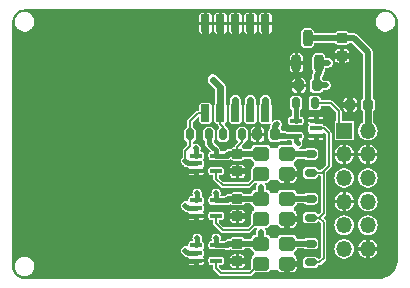
<source format=gtl>
G04 #@! TF.GenerationSoftware,KiCad,Pcbnew,8.0.5*
G04 #@! TF.CreationDate,2024-10-22T05:21:46-04:00*
G04 #@! TF.ProjectId,WarpSE-Overclocking-Board,57617270-5345-42d4-9f76-6572636c6f63,1.0*
G04 #@! TF.SameCoordinates,Original*
G04 #@! TF.FileFunction,Copper,L1,Top*
G04 #@! TF.FilePolarity,Positive*
%FSLAX46Y46*%
G04 Gerber Fmt 4.6, Leading zero omitted, Abs format (unit mm)*
G04 Created by KiCad (PCBNEW 8.0.5) date 2024-10-22 05:21:46*
%MOMM*%
%LPD*%
G01*
G04 APERTURE LIST*
G04 Aperture macros list*
%AMRoundRect*
0 Rectangle with rounded corners*
0 $1 Rounding radius*
0 $2 $3 $4 $5 $6 $7 $8 $9 X,Y pos of 4 corners*
0 Add a 4 corners polygon primitive as box body*
4,1,4,$2,$3,$4,$5,$6,$7,$8,$9,$2,$3,0*
0 Add four circle primitives for the rounded corners*
1,1,$1+$1,$2,$3*
1,1,$1+$1,$4,$5*
1,1,$1+$1,$6,$7*
1,1,$1+$1,$8,$9*
0 Add four rect primitives between the rounded corners*
20,1,$1+$1,$2,$3,$4,$5,0*
20,1,$1+$1,$4,$5,$6,$7,0*
20,1,$1+$1,$6,$7,$8,$9,0*
20,1,$1+$1,$8,$9,$2,$3,0*%
G04 Aperture macros list end*
G04 #@! TA.AperFunction,SMDPad,CuDef*
%ADD10RoundRect,0.175000X-0.175000X-0.300000X0.175000X-0.300000X0.175000X0.300000X-0.175000X0.300000X0*%
G04 #@! TD*
G04 #@! TA.AperFunction,SMDPad,CuDef*
%ADD11RoundRect,0.200000X0.200000X-0.475000X0.200000X0.475000X-0.200000X0.475000X-0.200000X-0.475000X0*%
G04 #@! TD*
G04 #@! TA.AperFunction,ComponentPad*
%ADD12R,1.350000X1.350000*%
G04 #@! TD*
G04 #@! TA.AperFunction,ComponentPad*
%ADD13O,1.350000X1.350000*%
G04 #@! TD*
G04 #@! TA.AperFunction,SMDPad,CuDef*
%ADD14RoundRect,0.100000X0.400000X0.100000X-0.400000X0.100000X-0.400000X-0.100000X0.400000X-0.100000X0*%
G04 #@! TD*
G04 #@! TA.AperFunction,SMDPad,CuDef*
%ADD15RoundRect,0.300000X-0.400000X-0.300000X0.400000X-0.300000X0.400000X0.300000X-0.400000X0.300000X0*%
G04 #@! TD*
G04 #@! TA.AperFunction,SMDPad,CuDef*
%ADD16RoundRect,0.190000X0.190000X-0.572000X0.190000X0.572000X-0.190000X0.572000X-0.190000X-0.572000X0*%
G04 #@! TD*
G04 #@! TA.AperFunction,SMDPad,CuDef*
%ADD17RoundRect,0.212500X-0.262500X0.212500X-0.262500X-0.212500X0.262500X-0.212500X0.262500X0.212500X0*%
G04 #@! TD*
G04 #@! TA.AperFunction,SMDPad,CuDef*
%ADD18RoundRect,0.212500X0.212500X0.262500X-0.212500X0.262500X-0.212500X-0.262500X0.212500X-0.262500X0*%
G04 #@! TD*
G04 #@! TA.AperFunction,SMDPad,CuDef*
%ADD19RoundRect,0.100000X-0.400000X-0.100000X0.400000X-0.100000X0.400000X0.100000X-0.400000X0.100000X0*%
G04 #@! TD*
G04 #@! TA.AperFunction,SMDPad,CuDef*
%ADD20RoundRect,0.175000X-0.300000X0.175000X-0.300000X-0.175000X0.300000X-0.175000X0.300000X0.175000X0*%
G04 #@! TD*
G04 #@! TA.AperFunction,ViaPad*
%ADD21C,0.500000*%
G04 #@! TD*
G04 #@! TA.AperFunction,ViaPad*
%ADD22C,0.600000*%
G04 #@! TD*
G04 #@! TA.AperFunction,Conductor*
%ADD23C,0.500000*%
G04 #@! TD*
G04 #@! TA.AperFunction,Conductor*
%ADD24C,0.400000*%
G04 #@! TD*
G04 #@! TA.AperFunction,Conductor*
%ADD25C,0.600000*%
G04 #@! TD*
G04 #@! TA.AperFunction,Conductor*
%ADD26C,0.150000*%
G04 #@! TD*
G04 APERTURE END LIST*
D10*
X93400000Y-116900000D03*
X95000000Y-116900000D03*
D11*
X99600000Y-110850000D03*
X101500000Y-110850000D03*
X100550000Y-108750000D03*
D12*
X103650000Y-116600000D03*
D13*
X105650000Y-116600000D03*
X103650000Y-118600000D03*
X105650000Y-118600000D03*
X103650000Y-120600000D03*
X105650000Y-120600000D03*
X103650000Y-122600000D03*
X105650000Y-122600000D03*
X103650000Y-124600000D03*
X105650000Y-124600000D03*
X103650000Y-126600000D03*
X105650000Y-126600000D03*
D14*
X101250000Y-117050000D03*
X101250000Y-116400000D03*
X101250000Y-115750000D03*
X99550000Y-115750000D03*
X99550000Y-117050000D03*
D15*
X96600000Y-120250000D03*
X98800000Y-120250000D03*
X98800000Y-118550000D03*
X96600000Y-118550000D03*
X96600000Y-124050000D03*
X98800000Y-124050000D03*
X98800000Y-122350000D03*
X96600000Y-122350000D03*
D16*
X91884500Y-115125500D03*
X93154500Y-115125500D03*
X94424500Y-115125500D03*
X95694500Y-115125500D03*
X96964500Y-115125500D03*
X96964500Y-107505500D03*
X95694500Y-107505500D03*
X94424500Y-107505500D03*
X93154500Y-107505500D03*
X91884500Y-107505500D03*
D17*
X94600000Y-118550000D03*
X94600000Y-120050000D03*
D15*
X96600000Y-127850000D03*
X98800000Y-127850000D03*
X98800000Y-126150000D03*
X96600000Y-126150000D03*
D18*
X105650000Y-114400000D03*
X104150000Y-114400000D03*
D17*
X94600000Y-126150000D03*
X94600000Y-127650000D03*
D19*
X91100000Y-126300000D03*
X91100000Y-126950000D03*
X91100000Y-127600000D03*
X92800000Y-127600000D03*
X92800000Y-126300000D03*
D17*
X103450000Y-108750000D03*
X103450000Y-110250000D03*
D20*
X100800000Y-122350000D03*
X100800000Y-123950000D03*
D17*
X94600000Y-122350000D03*
X94600000Y-123850000D03*
D20*
X100800000Y-126150000D03*
X100800000Y-127750000D03*
D18*
X97800000Y-116900000D03*
X96300000Y-116900000D03*
D20*
X100800000Y-118550000D03*
X100800000Y-120150000D03*
D18*
X101300000Y-112750000D03*
X99800000Y-112750000D03*
D10*
X99550000Y-114250000D03*
X101150000Y-114250000D03*
X90600000Y-116900000D03*
X92200000Y-116900000D03*
D19*
X91100000Y-118700000D03*
X91100000Y-119350000D03*
X91100000Y-120000000D03*
X92800000Y-120000000D03*
X92800000Y-118700000D03*
X91100000Y-122500000D03*
X91100000Y-123150000D03*
X91100000Y-123800000D03*
X92800000Y-123800000D03*
X92800000Y-122500000D03*
D21*
X75819000Y-117729000D03*
X95450000Y-123700000D03*
X99885500Y-106616500D03*
X107886500Y-120269000D03*
X77851000Y-128841500D03*
X75819000Y-126809500D03*
X91100000Y-120600000D03*
X102150000Y-115750000D03*
X91100000Y-128200000D03*
X102400000Y-120200000D03*
X107886500Y-115189000D03*
X98800000Y-128850000D03*
X77851000Y-106616500D03*
D22*
X93154500Y-108712000D03*
D21*
X75819000Y-123825000D03*
X102250000Y-123950000D03*
X99750000Y-111900000D03*
X99900000Y-120250000D03*
X87630000Y-128841500D03*
X107886500Y-122809000D03*
X93750000Y-127500000D03*
D22*
X94424500Y-108712000D03*
D21*
X103350000Y-114400000D03*
X104300000Y-113550000D03*
X98800000Y-121250000D03*
X90200000Y-120150000D03*
X98800000Y-110850000D03*
X106934000Y-128778000D03*
X82550000Y-106616500D03*
X105854500Y-106616500D03*
X93750000Y-123700000D03*
X107886500Y-108648500D03*
X75819000Y-114681000D03*
D22*
X91884500Y-108712000D03*
D21*
X91100000Y-124400000D03*
X99900000Y-127850000D03*
X93750000Y-119900000D03*
X101250000Y-115150000D03*
X75819000Y-120777000D03*
X107886500Y-125349000D03*
X95450000Y-127500000D03*
X85090000Y-128841500D03*
X107886500Y-117729000D03*
X75819000Y-111633000D03*
X82550000Y-128841500D03*
X90200000Y-127750000D03*
X95600000Y-117750000D03*
X75819000Y-108648500D03*
X101854000Y-128778000D03*
X92671000Y-128841500D03*
X102600000Y-110100000D03*
X90170000Y-128841500D03*
X107886500Y-110617000D03*
X104300000Y-115250000D03*
X98800000Y-125050000D03*
X103400000Y-111050000D03*
X101350000Y-117650000D03*
X102870000Y-106616500D03*
X90170000Y-106616500D03*
X99900000Y-124050000D03*
D22*
X96964500Y-108712000D03*
D21*
X107823000Y-127889000D03*
X99000000Y-112700000D03*
X96330000Y-116090000D03*
D22*
X95694500Y-108712000D03*
D21*
X95450000Y-119900000D03*
X87630000Y-106616500D03*
X107886500Y-112649000D03*
X85090000Y-106616500D03*
X90200000Y-123950000D03*
X104300000Y-110100000D03*
X95500000Y-118550000D03*
X97950000Y-116050000D03*
X93750000Y-122500000D03*
X92800000Y-121900000D03*
X92400000Y-117850000D03*
X96600000Y-121350000D03*
X95500000Y-122350000D03*
X101350000Y-111900000D03*
X102100000Y-112750000D03*
X95500000Y-126150000D03*
X93750000Y-118700000D03*
X99700000Y-117650000D03*
X92800000Y-125700000D03*
X93750000Y-126300000D03*
X98650000Y-117050000D03*
X102300000Y-110850000D03*
X96600000Y-125150000D03*
X95694500Y-113982500D03*
X94424500Y-113982500D03*
X96964500Y-113982500D03*
X90200000Y-122950000D03*
X90200000Y-126750000D03*
X90200000Y-119150000D03*
X91200000Y-125700000D03*
X91200000Y-121900000D03*
X91100000Y-118100000D03*
X92519500Y-112268000D03*
D23*
X98800000Y-127850000D02*
X99900000Y-127850000D01*
D24*
X91100000Y-123800000D02*
X91100000Y-124400000D01*
X101250000Y-115750000D02*
X102150000Y-115750000D01*
D23*
X95300000Y-127650000D02*
X95450000Y-127500000D01*
X96330000Y-116870000D02*
X96330000Y-116090000D01*
X102750000Y-110250000D02*
X102600000Y-110100000D01*
X99750000Y-112700000D02*
X99750000Y-111900000D01*
X104150000Y-114400000D02*
X103350000Y-114400000D01*
X99800000Y-112750000D02*
X99750000Y-112700000D01*
D25*
X95694500Y-107505500D02*
X95694500Y-108712000D01*
D23*
X103450000Y-110250000D02*
X104150000Y-110250000D01*
X98800000Y-120250000D02*
X98800000Y-121250000D01*
X99750000Y-112700000D02*
X99000000Y-112700000D01*
D24*
X101250000Y-115750000D02*
X101250000Y-115150000D01*
X91100000Y-123800000D02*
X90350000Y-123800000D01*
D25*
X94424500Y-107505500D02*
X94424500Y-108712000D01*
D23*
X96300000Y-116900000D02*
X96330000Y-116870000D01*
X99600000Y-110850000D02*
X98800000Y-110850000D01*
X98800000Y-124050000D02*
X99900000Y-124050000D01*
X94600000Y-123850000D02*
X93900000Y-123850000D01*
D24*
X91100000Y-127600000D02*
X91100000Y-128200000D01*
D23*
X98800000Y-124050000D02*
X98800000Y-125050000D01*
X99600000Y-110850000D02*
X99600000Y-111750000D01*
D25*
X96964500Y-107505500D02*
X96964500Y-108712000D01*
D23*
X98800000Y-120250000D02*
X99900000Y-120250000D01*
X94600000Y-127650000D02*
X95300000Y-127650000D01*
X95300000Y-120050000D02*
X95450000Y-119900000D01*
X104150000Y-115100000D02*
X104300000Y-115250000D01*
D25*
X93154500Y-107505500D02*
X93154500Y-108712000D01*
D23*
X104150000Y-113700000D02*
X104300000Y-113550000D01*
X94600000Y-123850000D02*
X95300000Y-123850000D01*
D24*
X90350000Y-123800000D02*
X90200000Y-123950000D01*
D23*
X94600000Y-120050000D02*
X95300000Y-120050000D01*
X104150000Y-110250000D02*
X104300000Y-110100000D01*
X103450000Y-111000000D02*
X103400000Y-111050000D01*
X98800000Y-127850000D02*
X98800000Y-128850000D01*
X104150000Y-114400000D02*
X104150000Y-113700000D01*
D24*
X101250000Y-117050000D02*
X101250000Y-117550000D01*
D25*
X91884500Y-107505500D02*
X91884500Y-108712000D01*
D24*
X101250000Y-117550000D02*
X101350000Y-117650000D01*
D23*
X95300000Y-123850000D02*
X95450000Y-123700000D01*
X94600000Y-120050000D02*
X93900000Y-120050000D01*
X93900000Y-127650000D02*
X93750000Y-127500000D01*
D24*
X90350000Y-127600000D02*
X90200000Y-127750000D01*
D23*
X94600000Y-127650000D02*
X93900000Y-127650000D01*
X93900000Y-123850000D02*
X93750000Y-123700000D01*
D24*
X91100000Y-127600000D02*
X90350000Y-127600000D01*
D23*
X103450000Y-110250000D02*
X103450000Y-111000000D01*
D24*
X91100000Y-120000000D02*
X90350000Y-120000000D01*
D23*
X104150000Y-114400000D02*
X104150000Y-115100000D01*
X103450000Y-110250000D02*
X102750000Y-110250000D01*
X93900000Y-120050000D02*
X93750000Y-119900000D01*
D24*
X91100000Y-120000000D02*
X91100000Y-120600000D01*
X90350000Y-120000000D02*
X90200000Y-120150000D01*
D23*
X99600000Y-111750000D02*
X99750000Y-111900000D01*
D25*
X105650000Y-116600000D02*
X105650000Y-114400000D01*
D23*
X105650000Y-109950000D02*
X104450000Y-108750000D01*
X104450000Y-108750000D02*
X103450000Y-108750000D01*
X103450000Y-108750000D02*
X100550000Y-108750000D01*
X105650000Y-114400000D02*
X105650000Y-109950000D01*
X101300000Y-112750000D02*
X102100000Y-112750000D01*
D24*
X92200000Y-117650000D02*
X92400000Y-117850000D01*
X92800000Y-118250000D02*
X92400000Y-117850000D01*
D23*
X93900000Y-118550000D02*
X93750000Y-118700000D01*
X93900000Y-122350000D02*
X93750000Y-122500000D01*
D24*
X92800000Y-118700000D02*
X93750000Y-118700000D01*
D23*
X94600000Y-126150000D02*
X93900000Y-126150000D01*
X101500000Y-110850000D02*
X101500000Y-111750000D01*
X101500000Y-110850000D02*
X102300000Y-110850000D01*
D26*
X95000000Y-117550000D02*
X94600000Y-117950000D01*
D23*
X97800000Y-116900000D02*
X97800000Y-116200000D01*
X97800000Y-116900000D02*
X97950000Y-117050000D01*
X101350000Y-112700000D02*
X101350000Y-111900000D01*
X97950000Y-117050000D02*
X98650000Y-117050000D01*
X96600000Y-126150000D02*
X96600000Y-125150000D01*
X94600000Y-118550000D02*
X95500000Y-118550000D01*
X97800000Y-116200000D02*
X97950000Y-116050000D01*
D24*
X99550000Y-117050000D02*
X98650000Y-117050000D01*
X92800000Y-126300000D02*
X93750000Y-126300000D01*
D23*
X96600000Y-122350000D02*
X95500000Y-122350000D01*
X101500000Y-111750000D02*
X101350000Y-111900000D01*
X93900000Y-126150000D02*
X93750000Y-126300000D01*
D26*
X95000000Y-116900000D02*
X95000000Y-117550000D01*
D24*
X92200000Y-116900000D02*
X92200000Y-117650000D01*
X92800000Y-122500000D02*
X93750000Y-122500000D01*
D23*
X94600000Y-122350000D02*
X93900000Y-122350000D01*
X94600000Y-122350000D02*
X95500000Y-122350000D01*
X94600000Y-126150000D02*
X95500000Y-126150000D01*
X96600000Y-126150000D02*
X95500000Y-126150000D01*
D24*
X92800000Y-122500000D02*
X92800000Y-121900000D01*
X92800000Y-118700000D02*
X92800000Y-118250000D01*
D23*
X101300000Y-112750000D02*
X101350000Y-112700000D01*
D24*
X99550000Y-117050000D02*
X99550000Y-117500000D01*
X99550000Y-117500000D02*
X99700000Y-117650000D01*
D23*
X94600000Y-118550000D02*
X93900000Y-118550000D01*
D26*
X94600000Y-117950000D02*
X94600000Y-118550000D01*
D23*
X96600000Y-122350000D02*
X96600000Y-121350000D01*
D24*
X92800000Y-126300000D02*
X92800000Y-125700000D01*
D23*
X96600000Y-118550000D02*
X95500000Y-118550000D01*
D26*
X103200000Y-116150000D02*
X103200000Y-114950000D01*
X103200000Y-114950000D02*
X102500000Y-114250000D01*
X102500000Y-114250000D02*
X101150000Y-114250000D01*
X103650000Y-116600000D02*
X103200000Y-116150000D01*
D25*
X95694500Y-115125500D02*
X95694500Y-113982500D01*
X94424500Y-115125500D02*
X94424500Y-113982500D01*
X96964500Y-115125500D02*
X96964500Y-113982500D01*
D23*
X98800000Y-118550000D02*
X100800000Y-118550000D01*
X100800000Y-122350000D02*
X98800000Y-122350000D01*
X98800000Y-126150000D02*
X100800000Y-126150000D01*
D26*
X90200000Y-118300000D02*
X90200000Y-119150000D01*
X90200000Y-118300000D02*
X90600000Y-117900000D01*
X90600000Y-117900000D02*
X90600000Y-116900000D01*
D24*
X90400000Y-126950000D02*
X90200000Y-126750000D01*
X91100000Y-119350000D02*
X90400000Y-119350000D01*
D26*
X91224500Y-115125500D02*
X91884500Y-115125500D01*
D24*
X91100000Y-126950000D02*
X90400000Y-126950000D01*
D26*
X90600000Y-116900000D02*
X90600000Y-115750000D01*
X90600000Y-115750000D02*
X91224500Y-115125500D01*
D24*
X90400000Y-119350000D02*
X90200000Y-119150000D01*
X90400000Y-123150000D02*
X90200000Y-122950000D01*
X91100000Y-123150000D02*
X90400000Y-123150000D01*
D26*
X93154500Y-116029500D02*
X93154500Y-115125500D01*
D24*
X91200000Y-122400000D02*
X91200000Y-121900000D01*
X91100000Y-126300000D02*
X91200000Y-126200000D01*
D26*
X93400000Y-116275000D02*
X93154500Y-116029500D01*
X93400000Y-116900000D02*
X93400000Y-116275000D01*
D25*
X93154500Y-115125500D02*
X93154500Y-112903000D01*
D24*
X91100000Y-122500000D02*
X91200000Y-122400000D01*
X91200000Y-126200000D02*
X91200000Y-125700000D01*
D25*
X93154500Y-112903000D02*
X92519500Y-112268000D01*
D24*
X91100000Y-118700000D02*
X91100000Y-118100000D01*
D26*
X101550000Y-123950000D02*
X101900000Y-124300000D01*
X101900000Y-123600000D02*
X101550000Y-123950000D01*
X101550000Y-127750000D02*
X100800000Y-127750000D01*
X101750000Y-120150000D02*
X100800000Y-120150000D01*
X101900000Y-127400000D02*
X101550000Y-127750000D01*
X102350000Y-119550000D02*
X101900000Y-120000000D01*
X101900000Y-120000000D02*
X101750000Y-120150000D01*
X101950000Y-116400000D02*
X102350000Y-116800000D01*
X100800000Y-123950000D02*
X101550000Y-123950000D01*
X101250000Y-116400000D02*
X101950000Y-116400000D01*
X101900000Y-124300000D02*
X101900000Y-127400000D01*
X102350000Y-116800000D02*
X102350000Y-119550000D01*
X101900000Y-120300000D02*
X101900000Y-120000000D01*
X101900000Y-120300000D02*
X101900000Y-123600000D01*
X101750000Y-120150000D02*
X101900000Y-120300000D01*
X92800000Y-120000000D02*
X92800000Y-120650000D01*
X95550000Y-121200000D02*
X96500000Y-120250000D01*
X92800000Y-120650000D02*
X93350000Y-121200000D01*
X93350000Y-121200000D02*
X95550000Y-121200000D01*
X96500000Y-120250000D02*
X96600000Y-120250000D01*
X92800000Y-124450000D02*
X93350000Y-125000000D01*
X92800000Y-123800000D02*
X92800000Y-124450000D01*
X93350000Y-125000000D02*
X95550000Y-125000000D01*
X95550000Y-125000000D02*
X96500000Y-124050000D01*
X96500000Y-124050000D02*
X96600000Y-124050000D01*
X95700000Y-128650000D02*
X96500000Y-127850000D01*
X92800000Y-128250000D02*
X93200000Y-128650000D01*
X92800000Y-127600000D02*
X92800000Y-128250000D01*
X96500000Y-127850000D02*
X96600000Y-127850000D01*
X93200000Y-128650000D02*
X95700000Y-128650000D01*
D24*
X99550000Y-114250000D02*
X99550000Y-115750000D01*
G04 #@! TA.AperFunction,Conductor*
G36*
X107127723Y-106325182D02*
G01*
X107301003Y-106340342D01*
X107313704Y-106342581D01*
X107478604Y-106386765D01*
X107490713Y-106391173D01*
X107645439Y-106463323D01*
X107656600Y-106469767D01*
X107772324Y-106550798D01*
X107796437Y-106567682D01*
X107806318Y-106575973D01*
X107927026Y-106696681D01*
X107935317Y-106706562D01*
X108033229Y-106846394D01*
X108039679Y-106857565D01*
X108111823Y-107012278D01*
X108116235Y-107024400D01*
X108160418Y-107189296D01*
X108162657Y-107201998D01*
X108177818Y-107375276D01*
X108178100Y-107381726D01*
X108178100Y-127505363D01*
X108177911Y-127510642D01*
X108161936Y-127733992D01*
X108160434Y-127744443D01*
X108113396Y-127960676D01*
X108110421Y-127970805D01*
X108107006Y-127979963D01*
X108033093Y-128178129D01*
X108028707Y-128187732D01*
X107922655Y-128381952D01*
X107916947Y-128390834D01*
X107784343Y-128567973D01*
X107777429Y-128575953D01*
X107620953Y-128732429D01*
X107612973Y-128739343D01*
X107435834Y-128871947D01*
X107426952Y-128877655D01*
X107232732Y-128983707D01*
X107223129Y-128988093D01*
X107015807Y-129065421D01*
X107005676Y-129068396D01*
X106789443Y-129115434D01*
X106778992Y-129116936D01*
X106555643Y-129132911D01*
X106550364Y-129133100D01*
X76584227Y-129133100D01*
X76577777Y-129132818D01*
X76404498Y-129117657D01*
X76391796Y-129115418D01*
X76226900Y-129071235D01*
X76214778Y-129066823D01*
X76211771Y-129065421D01*
X76060064Y-128994678D01*
X76048894Y-128988229D01*
X75909062Y-128890317D01*
X75899181Y-128882026D01*
X75778473Y-128761318D01*
X75770182Y-128751437D01*
X75759491Y-128736169D01*
X75672267Y-128611600D01*
X75665823Y-128600439D01*
X75593673Y-128445713D01*
X75589265Y-128433604D01*
X75545081Y-128268703D01*
X75542842Y-128256001D01*
X75541370Y-128239181D01*
X75527682Y-128082723D01*
X75527400Y-128076273D01*
X75527400Y-127998097D01*
X75754500Y-127998097D01*
X75754500Y-128160903D01*
X75763300Y-128205142D01*
X75786260Y-128320575D01*
X75786263Y-128320585D01*
X75848563Y-128470992D01*
X75935097Y-128600499D01*
X75939016Y-128606363D01*
X76054137Y-128721484D01*
X76189505Y-128811935D01*
X76189506Y-128811935D01*
X76189507Y-128811936D01*
X76284355Y-128851223D01*
X76339919Y-128874238D01*
X76499597Y-128906000D01*
X76499599Y-128906000D01*
X76662401Y-128906000D01*
X76662403Y-128906000D01*
X76822081Y-128874238D01*
X76972495Y-128811935D01*
X77107863Y-128721484D01*
X77222984Y-128606363D01*
X77313435Y-128470995D01*
X77375738Y-128320581D01*
X77407500Y-128160903D01*
X77407500Y-127998097D01*
X77375738Y-127838419D01*
X77375736Y-127838414D01*
X77339114Y-127750000D01*
X90455048Y-127750000D01*
X90464504Y-127797544D01*
X90519759Y-127880239D01*
X90519760Y-127880240D01*
X90602454Y-127935494D01*
X90675378Y-127950000D01*
X90950000Y-127950000D01*
X91250000Y-127950000D01*
X91524622Y-127950000D01*
X91597545Y-127935494D01*
X91680239Y-127880240D01*
X91680240Y-127880239D01*
X91735495Y-127797544D01*
X91744952Y-127750000D01*
X91250000Y-127750000D01*
X91250000Y-127950000D01*
X90950000Y-127950000D01*
X90950000Y-127750000D01*
X90455048Y-127750000D01*
X77339114Y-127750000D01*
X77313436Y-127688007D01*
X77222986Y-127552640D01*
X77222984Y-127552637D01*
X77107863Y-127437516D01*
X77056347Y-127403094D01*
X76972492Y-127347063D01*
X76822085Y-127284763D01*
X76822075Y-127284760D01*
X76702687Y-127261013D01*
X76662403Y-127253000D01*
X76499597Y-127253000D01*
X76459313Y-127261013D01*
X76339924Y-127284760D01*
X76339914Y-127284763D01*
X76189507Y-127347063D01*
X76054140Y-127437513D01*
X75939013Y-127552640D01*
X75848563Y-127688007D01*
X75786263Y-127838414D01*
X75786260Y-127838424D01*
X75760614Y-127967359D01*
X75754500Y-127998097D01*
X75527400Y-127998097D01*
X75527400Y-126750000D01*
X89794508Y-126750000D01*
X89814353Y-126875301D01*
X89814353Y-126875302D01*
X89814354Y-126875304D01*
X89871950Y-126988342D01*
X89961658Y-127078050D01*
X90006629Y-127100964D01*
X90074693Y-127135645D01*
X90080233Y-127137445D01*
X90079370Y-127140100D01*
X90109838Y-127155520D01*
X90184788Y-127230470D01*
X90242923Y-127264034D01*
X90264712Y-127276614D01*
X90264713Y-127276614D01*
X90264715Y-127276615D01*
X90299614Y-127285966D01*
X90353853Y-127300499D01*
X90353854Y-127300500D01*
X90395987Y-127300500D01*
X90448313Y-127322174D01*
X90469987Y-127374500D01*
X90465852Y-127395291D01*
X90465927Y-127395306D01*
X90455047Y-127450000D01*
X91744952Y-127450000D01*
X91735495Y-127402455D01*
X91678103Y-127316562D01*
X91667054Y-127261013D01*
X91678103Y-127234338D01*
X91680599Y-127230602D01*
X91680601Y-127230601D01*
X91735966Y-127147740D01*
X91750500Y-127074674D01*
X91750500Y-126825326D01*
X91735966Y-126752260D01*
X91680601Y-126669399D01*
X91680599Y-126669398D01*
X91678404Y-126666112D01*
X91667355Y-126610563D01*
X91678404Y-126583888D01*
X91680599Y-126580601D01*
X91680601Y-126580601D01*
X91735966Y-126497740D01*
X91750500Y-126424674D01*
X91750500Y-126175326D01*
X91735966Y-126102260D01*
X91680601Y-126019399D01*
X91597740Y-125964034D01*
X91597739Y-125964033D01*
X91591680Y-125959985D01*
X91593798Y-125956814D01*
X91563288Y-125926288D01*
X91563303Y-125869651D01*
X91565729Y-125864392D01*
X91585646Y-125825304D01*
X91605492Y-125700000D01*
X91585646Y-125574696D01*
X91528050Y-125461658D01*
X91438342Y-125371950D01*
X91325304Y-125314354D01*
X91325302Y-125314353D01*
X91325301Y-125314353D01*
X91200000Y-125294508D01*
X91074698Y-125314353D01*
X90961656Y-125371951D01*
X90871951Y-125461656D01*
X90814353Y-125574698D01*
X90794508Y-125700000D01*
X90814353Y-125825302D01*
X90814353Y-125825303D01*
X90814354Y-125825304D01*
X90822813Y-125841905D01*
X90827258Y-125898366D01*
X90790475Y-125941434D01*
X90756879Y-125949500D01*
X90675326Y-125949500D01*
X90638557Y-125956814D01*
X90602259Y-125964034D01*
X90519399Y-126019398D01*
X90519398Y-126019399D01*
X90464034Y-126102259D01*
X90449500Y-126175327D01*
X90449500Y-126306878D01*
X90427826Y-126359204D01*
X90375500Y-126380878D01*
X90341906Y-126372813D01*
X90325302Y-126364353D01*
X90325304Y-126364353D01*
X90200000Y-126344508D01*
X90074698Y-126364353D01*
X89961656Y-126421951D01*
X89871951Y-126511656D01*
X89814353Y-126624698D01*
X89794508Y-126750000D01*
X75527400Y-126750000D01*
X75527400Y-123950000D01*
X90455048Y-123950000D01*
X90464504Y-123997544D01*
X90519759Y-124080239D01*
X90519760Y-124080240D01*
X90602454Y-124135494D01*
X90675378Y-124150000D01*
X90950000Y-124150000D01*
X91250000Y-124150000D01*
X91524622Y-124150000D01*
X91597545Y-124135494D01*
X91680239Y-124080240D01*
X91680240Y-124080239D01*
X91735495Y-123997544D01*
X91744952Y-123950000D01*
X91250000Y-123950000D01*
X91250000Y-124150000D01*
X90950000Y-124150000D01*
X90950000Y-123950000D01*
X90455048Y-123950000D01*
X75527400Y-123950000D01*
X75527400Y-122950000D01*
X89794508Y-122950000D01*
X89814353Y-123075301D01*
X89814353Y-123075302D01*
X89814354Y-123075304D01*
X89871950Y-123188342D01*
X89961658Y-123278050D01*
X90006629Y-123300964D01*
X90074693Y-123335645D01*
X90080233Y-123337445D01*
X90079370Y-123340100D01*
X90109838Y-123355520D01*
X90184788Y-123430470D01*
X90242923Y-123464034D01*
X90264712Y-123476614D01*
X90264713Y-123476614D01*
X90264715Y-123476615D01*
X90299614Y-123485966D01*
X90353853Y-123500499D01*
X90353854Y-123500500D01*
X90395987Y-123500500D01*
X90448313Y-123522174D01*
X90469987Y-123574500D01*
X90465852Y-123595291D01*
X90465927Y-123595306D01*
X90455047Y-123650000D01*
X91744952Y-123650000D01*
X91735495Y-123602455D01*
X91678103Y-123516562D01*
X91667054Y-123461013D01*
X91678103Y-123434338D01*
X91680599Y-123430602D01*
X91680601Y-123430601D01*
X91735966Y-123347740D01*
X91750500Y-123274674D01*
X91750500Y-123025326D01*
X91735966Y-122952260D01*
X91680601Y-122869399D01*
X91680599Y-122869398D01*
X91678404Y-122866112D01*
X91667355Y-122810563D01*
X91678404Y-122783888D01*
X91680599Y-122780601D01*
X91680601Y-122780601D01*
X91735966Y-122697740D01*
X91750500Y-122624674D01*
X91750500Y-122375326D01*
X91735966Y-122302260D01*
X91680601Y-122219399D01*
X91597740Y-122164034D01*
X91597739Y-122164033D01*
X91591680Y-122159985D01*
X91593798Y-122156814D01*
X91563288Y-122126288D01*
X91563303Y-122069651D01*
X91565729Y-122064392D01*
X91585646Y-122025304D01*
X91605492Y-121900000D01*
X91585646Y-121774696D01*
X91528050Y-121661658D01*
X91438342Y-121571950D01*
X91325304Y-121514354D01*
X91325302Y-121514353D01*
X91325301Y-121514353D01*
X91200000Y-121494508D01*
X91074698Y-121514353D01*
X90961656Y-121571951D01*
X90871951Y-121661656D01*
X90814353Y-121774698D01*
X90794508Y-121900000D01*
X90814353Y-122025302D01*
X90814353Y-122025303D01*
X90814354Y-122025304D01*
X90822813Y-122041905D01*
X90827258Y-122098366D01*
X90790475Y-122141434D01*
X90756879Y-122149500D01*
X90675326Y-122149500D01*
X90638557Y-122156814D01*
X90602259Y-122164034D01*
X90519399Y-122219398D01*
X90519398Y-122219399D01*
X90464034Y-122302259D01*
X90449500Y-122375327D01*
X90449500Y-122506878D01*
X90427826Y-122559204D01*
X90375500Y-122580878D01*
X90341906Y-122572813D01*
X90325302Y-122564353D01*
X90325304Y-122564353D01*
X90200000Y-122544508D01*
X90074698Y-122564353D01*
X89961656Y-122621951D01*
X89871951Y-122711656D01*
X89814353Y-122824698D01*
X89794508Y-122950000D01*
X75527400Y-122950000D01*
X75527400Y-120150000D01*
X90455048Y-120150000D01*
X90464504Y-120197544D01*
X90519759Y-120280239D01*
X90519760Y-120280240D01*
X90602454Y-120335494D01*
X90675378Y-120350000D01*
X90950000Y-120350000D01*
X91250000Y-120350000D01*
X91524622Y-120350000D01*
X91597545Y-120335494D01*
X91680239Y-120280240D01*
X91680240Y-120280239D01*
X91735495Y-120197544D01*
X91744952Y-120150000D01*
X91250000Y-120150000D01*
X91250000Y-120350000D01*
X90950000Y-120350000D01*
X90950000Y-120150000D01*
X90455048Y-120150000D01*
X75527400Y-120150000D01*
X75527400Y-119150000D01*
X89794508Y-119150000D01*
X89814353Y-119275301D01*
X89814353Y-119275302D01*
X89814354Y-119275304D01*
X89871950Y-119388342D01*
X89961658Y-119478050D01*
X90006629Y-119500964D01*
X90074693Y-119535645D01*
X90080233Y-119537445D01*
X90079370Y-119540100D01*
X90109838Y-119555520D01*
X90184788Y-119630470D01*
X90242923Y-119664034D01*
X90264712Y-119676614D01*
X90264713Y-119676614D01*
X90264715Y-119676615D01*
X90299614Y-119685966D01*
X90353853Y-119700499D01*
X90353854Y-119700500D01*
X90395987Y-119700500D01*
X90448313Y-119722174D01*
X90469987Y-119774500D01*
X90465852Y-119795291D01*
X90465927Y-119795306D01*
X90455047Y-119850000D01*
X91744952Y-119850000D01*
X91735495Y-119802455D01*
X91678103Y-119716562D01*
X91667054Y-119661013D01*
X91678103Y-119634338D01*
X91680599Y-119630602D01*
X91680601Y-119630601D01*
X91735966Y-119547740D01*
X91750500Y-119474674D01*
X91750500Y-119225326D01*
X91735966Y-119152260D01*
X91680601Y-119069399D01*
X91680599Y-119069398D01*
X91678404Y-119066112D01*
X91667355Y-119010563D01*
X91678404Y-118983888D01*
X91680599Y-118980601D01*
X91680601Y-118980601D01*
X91735966Y-118897740D01*
X91750500Y-118824674D01*
X91750500Y-118575326D01*
X91735966Y-118502260D01*
X91680601Y-118419399D01*
X91597740Y-118364034D01*
X91527657Y-118350093D01*
X91480565Y-118318627D01*
X91469516Y-118263078D01*
X91476156Y-118243927D01*
X91485646Y-118225304D01*
X91505492Y-118100000D01*
X91485646Y-117974696D01*
X91428050Y-117861658D01*
X91338342Y-117771950D01*
X91225304Y-117714354D01*
X91225302Y-117714353D01*
X91225301Y-117714353D01*
X91100000Y-117694508D01*
X90974698Y-117714353D01*
X90974696Y-117714353D01*
X90974696Y-117714354D01*
X90945238Y-117729364D01*
X90933095Y-117735551D01*
X90876632Y-117739994D01*
X90833565Y-117703211D01*
X90825500Y-117669616D01*
X90825500Y-117582744D01*
X90847174Y-117530418D01*
X90868224Y-117515677D01*
X90964579Y-117470747D01*
X91045747Y-117389579D01*
X91094259Y-117285545D01*
X91100500Y-117238139D01*
X91100499Y-116561862D01*
X91699500Y-116561862D01*
X91699500Y-117238137D01*
X91705740Y-117285543D01*
X91705741Y-117285545D01*
X91754253Y-117389579D01*
X91827826Y-117463152D01*
X91849500Y-117515478D01*
X91849500Y-117696146D01*
X91861564Y-117741168D01*
X91861564Y-117741169D01*
X91873384Y-117785283D01*
X91873386Y-117785288D01*
X91919530Y-117865212D01*
X91994479Y-117940161D01*
X92010067Y-117970576D01*
X92012555Y-117969768D01*
X92014354Y-117975305D01*
X92071948Y-118088340D01*
X92071950Y-118088342D01*
X92161658Y-118178050D01*
X92204737Y-118200000D01*
X92274695Y-118235646D01*
X92277419Y-118236531D01*
X92278879Y-118237778D01*
X92279886Y-118238291D01*
X92279762Y-118238532D01*
X92320488Y-118273311D01*
X92324934Y-118329774D01*
X92295667Y-118368439D01*
X92219399Y-118419398D01*
X92219398Y-118419399D01*
X92164034Y-118502259D01*
X92164034Y-118502260D01*
X92149500Y-118575326D01*
X92149500Y-118824674D01*
X92153664Y-118845606D01*
X92164034Y-118897740D01*
X92216556Y-118976347D01*
X92219399Y-118980601D01*
X92302260Y-119035966D01*
X92375326Y-119050500D01*
X92753856Y-119050500D01*
X92846144Y-119050500D01*
X93536255Y-119050500D01*
X93573256Y-119060415D01*
X93595410Y-119073206D01*
X93595411Y-119073206D01*
X93595412Y-119073207D01*
X93598170Y-119073945D01*
X93612612Y-119079488D01*
X93624696Y-119085646D01*
X93654537Y-119090372D01*
X93662780Y-119091678D01*
X93670355Y-119093288D01*
X93697273Y-119100500D01*
X93712657Y-119100500D01*
X93724232Y-119101410D01*
X93750000Y-119105492D01*
X93775767Y-119101410D01*
X93787343Y-119100500D01*
X93802727Y-119100500D01*
X93829657Y-119093284D01*
X93837205Y-119091680D01*
X93875304Y-119085646D01*
X93887379Y-119079492D01*
X93901834Y-119073945D01*
X93902766Y-119073694D01*
X93904588Y-119073207D01*
X93939524Y-119053034D01*
X93942884Y-119051210D01*
X93988342Y-119028050D01*
X93988343Y-119028048D01*
X93993050Y-119024629D01*
X93994414Y-119026506D01*
X94039001Y-119008027D01*
X94091331Y-119029690D01*
X94123653Y-119062012D01*
X94232491Y-119115220D01*
X94303051Y-119125500D01*
X94896948Y-119125499D01*
X94950181Y-119117744D01*
X94967504Y-119115221D01*
X94967505Y-119115220D01*
X94967509Y-119115220D01*
X95076347Y-119062012D01*
X95162012Y-118976347D01*
X95162012Y-118976346D01*
X95166185Y-118972174D01*
X95218511Y-118950500D01*
X95447273Y-118950500D01*
X95462657Y-118950500D01*
X95474232Y-118951410D01*
X95500000Y-118955492D01*
X95525767Y-118951410D01*
X95537343Y-118950500D01*
X95705377Y-118950500D01*
X95757703Y-118972174D01*
X95775224Y-119000060D01*
X95797205Y-119062880D01*
X95797207Y-119062883D01*
X95877846Y-119172146D01*
X95877853Y-119172153D01*
X95969942Y-119240117D01*
X95999173Y-119288627D01*
X96000000Y-119299657D01*
X96000000Y-119500342D01*
X95978326Y-119552668D01*
X95969943Y-119559882D01*
X95877850Y-119627849D01*
X95877846Y-119627853D01*
X95797207Y-119737116D01*
X95797206Y-119737118D01*
X95752355Y-119865295D01*
X95752354Y-119865299D01*
X95752354Y-119865301D01*
X95749500Y-119895734D01*
X95749500Y-120604266D01*
X95752354Y-120634699D01*
X95752354Y-120634701D01*
X95752775Y-120639181D01*
X95750173Y-120639424D01*
X95741589Y-120687105D01*
X95731648Y-120699445D01*
X95478269Y-120952826D01*
X95425943Y-120974500D01*
X93474058Y-120974500D01*
X93421732Y-120952826D01*
X93047174Y-120578268D01*
X93025500Y-120525942D01*
X93025500Y-120424500D01*
X93047174Y-120372174D01*
X93099500Y-120350500D01*
X93224672Y-120350500D01*
X93224674Y-120350500D01*
X93297740Y-120335966D01*
X93356219Y-120296892D01*
X93975001Y-120296892D01*
X93975002Y-120296908D01*
X93985264Y-120367359D01*
X93985265Y-120367362D01*
X94038401Y-120476053D01*
X94123946Y-120561598D01*
X94232634Y-120614733D01*
X94303099Y-120624999D01*
X94450000Y-120624999D01*
X94750000Y-120624999D01*
X94896893Y-120624999D01*
X94896908Y-120624997D01*
X94967359Y-120614735D01*
X94967362Y-120614734D01*
X95076053Y-120561598D01*
X95161598Y-120476053D01*
X95214733Y-120367365D01*
X95224999Y-120296905D01*
X95225000Y-120296894D01*
X95225000Y-120200000D01*
X94750000Y-120200000D01*
X94750000Y-120624999D01*
X94450000Y-120624999D01*
X94450000Y-120200000D01*
X93975001Y-120200000D01*
X93975001Y-120296892D01*
X93356219Y-120296892D01*
X93380601Y-120280601D01*
X93435966Y-120197740D01*
X93450500Y-120124674D01*
X93450500Y-119875326D01*
X93436132Y-119803094D01*
X93975000Y-119803094D01*
X93975000Y-119900000D01*
X94450000Y-119900000D01*
X94750000Y-119900000D01*
X95224999Y-119900000D01*
X95224999Y-119803107D01*
X95224997Y-119803091D01*
X95214735Y-119732640D01*
X95214734Y-119732637D01*
X95161598Y-119623946D01*
X95076053Y-119538401D01*
X94967365Y-119485266D01*
X94896905Y-119475000D01*
X94750000Y-119475000D01*
X94750000Y-119900000D01*
X94450000Y-119900000D01*
X94450000Y-119475000D01*
X94303099Y-119475000D01*
X94232640Y-119485264D01*
X94232637Y-119485265D01*
X94123946Y-119538401D01*
X94038401Y-119623946D01*
X93985266Y-119732634D01*
X93975000Y-119803094D01*
X93436132Y-119803094D01*
X93435966Y-119802260D01*
X93380601Y-119719399D01*
X93376355Y-119716562D01*
X93297740Y-119664034D01*
X93224674Y-119649500D01*
X92375326Y-119649500D01*
X92326615Y-119659189D01*
X92302259Y-119664034D01*
X92219399Y-119719398D01*
X92219398Y-119719399D01*
X92164034Y-119802259D01*
X92149500Y-119875327D01*
X92149500Y-120124672D01*
X92164034Y-120197740D01*
X92219157Y-120280240D01*
X92219399Y-120280601D01*
X92302260Y-120335966D01*
X92375326Y-120350500D01*
X92500500Y-120350500D01*
X92552826Y-120372174D01*
X92574500Y-120424500D01*
X92574500Y-120599173D01*
X92574499Y-120599187D01*
X92574499Y-120694856D01*
X92598773Y-120753458D01*
X92608829Y-120777734D01*
X92608832Y-120777738D01*
X92682671Y-120851577D01*
X92682672Y-120851577D01*
X93158829Y-121327735D01*
X93158830Y-121327736D01*
X93222264Y-121391170D01*
X93305145Y-121425500D01*
X95496525Y-121425500D01*
X95496533Y-121425501D01*
X95505145Y-121425501D01*
X95594854Y-121425501D01*
X95594855Y-121425501D01*
X95653460Y-121401225D01*
X95677736Y-121391170D01*
X95741170Y-121327736D01*
X95741170Y-121327735D01*
X95751575Y-121317330D01*
X95751577Y-121317327D01*
X96050553Y-121018350D01*
X96102878Y-120996677D01*
X96110788Y-120997530D01*
X96110817Y-120997225D01*
X96115298Y-120997645D01*
X96115301Y-120997646D01*
X96145734Y-121000500D01*
X96207831Y-121000500D01*
X96260157Y-121022174D01*
X96281831Y-121074500D01*
X96273764Y-121108098D01*
X96248792Y-121157104D01*
X96246946Y-121160504D01*
X96226793Y-121195410D01*
X96226789Y-121195421D01*
X96226049Y-121198183D01*
X96220512Y-121212608D01*
X96214353Y-121224696D01*
X96208319Y-121262791D01*
X96206710Y-121270361D01*
X96199500Y-121297274D01*
X96199500Y-121312656D01*
X96198589Y-121324232D01*
X96194508Y-121349999D01*
X96198589Y-121375766D01*
X96199500Y-121387342D01*
X96199500Y-121527073D01*
X96177826Y-121579399D01*
X96132411Y-121600749D01*
X96115301Y-121602354D01*
X96115299Y-121602354D01*
X96115295Y-121602355D01*
X95987118Y-121647206D01*
X95987116Y-121647207D01*
X95877853Y-121727846D01*
X95877846Y-121727853D01*
X95797207Y-121837116D01*
X95797205Y-121837119D01*
X95775224Y-121899940D01*
X95737485Y-121942172D01*
X95705377Y-121949500D01*
X95537343Y-121949500D01*
X95525767Y-121948589D01*
X95500000Y-121944508D01*
X95474233Y-121948589D01*
X95462657Y-121949500D01*
X95218511Y-121949500D01*
X95166185Y-121927826D01*
X95076347Y-121837988D01*
X94967510Y-121784780D01*
X94932229Y-121779640D01*
X94896949Y-121774500D01*
X94896948Y-121774500D01*
X94303059Y-121774500D01*
X94303043Y-121774502D01*
X94232495Y-121784778D01*
X94232492Y-121784779D01*
X94123652Y-121837988D01*
X94033815Y-121927826D01*
X93981489Y-121949500D01*
X93952727Y-121949500D01*
X93847273Y-121949500D01*
X93796342Y-121963146D01*
X93745411Y-121976793D01*
X93745407Y-121976795D01*
X93654090Y-122029517D01*
X93555781Y-122127826D01*
X93503455Y-122149500D01*
X93243121Y-122149500D01*
X93190795Y-122127826D01*
X93169121Y-122075500D01*
X93177186Y-122041906D01*
X93185646Y-122025304D01*
X93205492Y-121900000D01*
X93185646Y-121774696D01*
X93128050Y-121661658D01*
X93038342Y-121571950D01*
X92925304Y-121514354D01*
X92925302Y-121514353D01*
X92925301Y-121514353D01*
X92800000Y-121494508D01*
X92674698Y-121514353D01*
X92561656Y-121571951D01*
X92471951Y-121661656D01*
X92414353Y-121774698D01*
X92394508Y-121900000D01*
X92414353Y-122025301D01*
X92414353Y-122025302D01*
X92414354Y-122025304D01*
X92423840Y-122043921D01*
X92428283Y-122100383D01*
X92391500Y-122143450D01*
X92372343Y-122150093D01*
X92302259Y-122164034D01*
X92219399Y-122219398D01*
X92219398Y-122219399D01*
X92164034Y-122302259D01*
X92164034Y-122302260D01*
X92149500Y-122375326D01*
X92149500Y-122624674D01*
X92155067Y-122652661D01*
X92164034Y-122697740D01*
X92216556Y-122776347D01*
X92219399Y-122780601D01*
X92302260Y-122835966D01*
X92375326Y-122850500D01*
X92753856Y-122850500D01*
X92846144Y-122850500D01*
X93536255Y-122850500D01*
X93573256Y-122860415D01*
X93595410Y-122873206D01*
X93595411Y-122873206D01*
X93595412Y-122873207D01*
X93598170Y-122873945D01*
X93612612Y-122879488D01*
X93624696Y-122885646D01*
X93654537Y-122890372D01*
X93662780Y-122891678D01*
X93670355Y-122893288D01*
X93697273Y-122900500D01*
X93712657Y-122900500D01*
X93724232Y-122901410D01*
X93750000Y-122905492D01*
X93775767Y-122901410D01*
X93787343Y-122900500D01*
X93802727Y-122900500D01*
X93829657Y-122893284D01*
X93837205Y-122891680D01*
X93875304Y-122885646D01*
X93887379Y-122879492D01*
X93901834Y-122873945D01*
X93902766Y-122873694D01*
X93904588Y-122873207D01*
X93939524Y-122853034D01*
X93942884Y-122851210D01*
X93988342Y-122828050D01*
X93988343Y-122828048D01*
X93993050Y-122824629D01*
X93994414Y-122826506D01*
X94039001Y-122808027D01*
X94091331Y-122829690D01*
X94123653Y-122862012D01*
X94232491Y-122915220D01*
X94303051Y-122925500D01*
X94896948Y-122925499D01*
X94950181Y-122917744D01*
X94967504Y-122915221D01*
X94967505Y-122915220D01*
X94967509Y-122915220D01*
X95076347Y-122862012D01*
X95162012Y-122776347D01*
X95162012Y-122776346D01*
X95166185Y-122772174D01*
X95218511Y-122750500D01*
X95447273Y-122750500D01*
X95462657Y-122750500D01*
X95474232Y-122751410D01*
X95500000Y-122755492D01*
X95525767Y-122751410D01*
X95537343Y-122750500D01*
X95705377Y-122750500D01*
X95757703Y-122772174D01*
X95775224Y-122800060D01*
X95797205Y-122862880D01*
X95797207Y-122862883D01*
X95877846Y-122972146D01*
X95877853Y-122972153D01*
X95969942Y-123040117D01*
X95999173Y-123088627D01*
X96000000Y-123099657D01*
X96000000Y-123300342D01*
X95978326Y-123352668D01*
X95969943Y-123359882D01*
X95877850Y-123427849D01*
X95877846Y-123427853D01*
X95797207Y-123537116D01*
X95797206Y-123537118D01*
X95752355Y-123665295D01*
X95752354Y-123665299D01*
X95752354Y-123665301D01*
X95749500Y-123695734D01*
X95749500Y-124404266D01*
X95752354Y-124434699D01*
X95752354Y-124434701D01*
X95752775Y-124439181D01*
X95750173Y-124439424D01*
X95741589Y-124487105D01*
X95731648Y-124499445D01*
X95478269Y-124752826D01*
X95425943Y-124774500D01*
X93474058Y-124774500D01*
X93421732Y-124752826D01*
X93047174Y-124378268D01*
X93025500Y-124325942D01*
X93025500Y-124224500D01*
X93047174Y-124172174D01*
X93099500Y-124150500D01*
X93224672Y-124150500D01*
X93224674Y-124150500D01*
X93297740Y-124135966D01*
X93356219Y-124096892D01*
X93975001Y-124096892D01*
X93975002Y-124096908D01*
X93985264Y-124167359D01*
X93985265Y-124167362D01*
X94038401Y-124276053D01*
X94123946Y-124361598D01*
X94232634Y-124414733D01*
X94303099Y-124424999D01*
X94450000Y-124424999D01*
X94750000Y-124424999D01*
X94896893Y-124424999D01*
X94896908Y-124424997D01*
X94967359Y-124414735D01*
X94967362Y-124414734D01*
X95076053Y-124361598D01*
X95161598Y-124276053D01*
X95214733Y-124167365D01*
X95224999Y-124096905D01*
X95225000Y-124096894D01*
X95225000Y-124000000D01*
X94750000Y-124000000D01*
X94750000Y-124424999D01*
X94450000Y-124424999D01*
X94450000Y-124000000D01*
X93975001Y-124000000D01*
X93975001Y-124096892D01*
X93356219Y-124096892D01*
X93380601Y-124080601D01*
X93435966Y-123997740D01*
X93450500Y-123924674D01*
X93450500Y-123675326D01*
X93436132Y-123603094D01*
X93975000Y-123603094D01*
X93975000Y-123700000D01*
X94450000Y-123700000D01*
X94750000Y-123700000D01*
X95224999Y-123700000D01*
X95224999Y-123603107D01*
X95224997Y-123603091D01*
X95214735Y-123532640D01*
X95214734Y-123532637D01*
X95161598Y-123423946D01*
X95076053Y-123338401D01*
X94967365Y-123285266D01*
X94896905Y-123275000D01*
X94750000Y-123275000D01*
X94750000Y-123700000D01*
X94450000Y-123700000D01*
X94450000Y-123275000D01*
X94303099Y-123275000D01*
X94232640Y-123285264D01*
X94232637Y-123285265D01*
X94123946Y-123338401D01*
X94038401Y-123423946D01*
X93985266Y-123532634D01*
X93975000Y-123603094D01*
X93436132Y-123603094D01*
X93435966Y-123602260D01*
X93380601Y-123519399D01*
X93376355Y-123516562D01*
X93297740Y-123464034D01*
X93224674Y-123449500D01*
X92375326Y-123449500D01*
X92326615Y-123459189D01*
X92302259Y-123464034D01*
X92219399Y-123519398D01*
X92219398Y-123519399D01*
X92164034Y-123602259D01*
X92156767Y-123638793D01*
X92151736Y-123664088D01*
X92149500Y-123675327D01*
X92149500Y-123924672D01*
X92164034Y-123997740D01*
X92219157Y-124080240D01*
X92219399Y-124080601D01*
X92302260Y-124135966D01*
X92375326Y-124150500D01*
X92500500Y-124150500D01*
X92552826Y-124172174D01*
X92574500Y-124224500D01*
X92574500Y-124399173D01*
X92574499Y-124399187D01*
X92574499Y-124494856D01*
X92598773Y-124553458D01*
X92608829Y-124577734D01*
X92608832Y-124577738D01*
X92682671Y-124651577D01*
X92682672Y-124651577D01*
X93158829Y-125127735D01*
X93158830Y-125127736D01*
X93222264Y-125191170D01*
X93305145Y-125225500D01*
X95496525Y-125225500D01*
X95496533Y-125225501D01*
X95505145Y-125225501D01*
X95594854Y-125225501D01*
X95594855Y-125225501D01*
X95653460Y-125201225D01*
X95677736Y-125191170D01*
X95741170Y-125127736D01*
X95741170Y-125127735D01*
X95751575Y-125117330D01*
X95751577Y-125117327D01*
X96050553Y-124818350D01*
X96102878Y-124796677D01*
X96110788Y-124797530D01*
X96110817Y-124797225D01*
X96115298Y-124797645D01*
X96115301Y-124797646D01*
X96145734Y-124800500D01*
X96207831Y-124800500D01*
X96260157Y-124822174D01*
X96281831Y-124874500D01*
X96273764Y-124908098D01*
X96248792Y-124957104D01*
X96246946Y-124960504D01*
X96226793Y-124995410D01*
X96226789Y-124995421D01*
X96226049Y-124998183D01*
X96220512Y-125012608D01*
X96214353Y-125024696D01*
X96208319Y-125062791D01*
X96206710Y-125070361D01*
X96199500Y-125097274D01*
X96199500Y-125112656D01*
X96198589Y-125124232D01*
X96194508Y-125149999D01*
X96198589Y-125175766D01*
X96199500Y-125187342D01*
X96199500Y-125327073D01*
X96177826Y-125379399D01*
X96132411Y-125400749D01*
X96115301Y-125402354D01*
X96115299Y-125402354D01*
X96115295Y-125402355D01*
X95987118Y-125447206D01*
X95987116Y-125447207D01*
X95877853Y-125527846D01*
X95877846Y-125527853D01*
X95797207Y-125637116D01*
X95797205Y-125637119D01*
X95775224Y-125699940D01*
X95737485Y-125742172D01*
X95705377Y-125749500D01*
X95537343Y-125749500D01*
X95525767Y-125748589D01*
X95500000Y-125744508D01*
X95474233Y-125748589D01*
X95462657Y-125749500D01*
X95218511Y-125749500D01*
X95166185Y-125727826D01*
X95076347Y-125637988D01*
X94967510Y-125584780D01*
X94932229Y-125579640D01*
X94896949Y-125574500D01*
X94896948Y-125574500D01*
X94303059Y-125574500D01*
X94303043Y-125574502D01*
X94232495Y-125584778D01*
X94232492Y-125584779D01*
X94123652Y-125637988D01*
X94033815Y-125727826D01*
X93981489Y-125749500D01*
X93952727Y-125749500D01*
X93847273Y-125749500D01*
X93796342Y-125763146D01*
X93745411Y-125776793D01*
X93745407Y-125776795D01*
X93654090Y-125829517D01*
X93555781Y-125927826D01*
X93503455Y-125949500D01*
X93243121Y-125949500D01*
X93190795Y-125927826D01*
X93169121Y-125875500D01*
X93177186Y-125841906D01*
X93185646Y-125825304D01*
X93205492Y-125700000D01*
X93185646Y-125574696D01*
X93128050Y-125461658D01*
X93038342Y-125371950D01*
X92925304Y-125314354D01*
X92925302Y-125314353D01*
X92925301Y-125314353D01*
X92800000Y-125294508D01*
X92674698Y-125314353D01*
X92561656Y-125371951D01*
X92471951Y-125461656D01*
X92414353Y-125574698D01*
X92394508Y-125700000D01*
X92414353Y-125825301D01*
X92414353Y-125825302D01*
X92414354Y-125825304D01*
X92423840Y-125843921D01*
X92428283Y-125900383D01*
X92391500Y-125943450D01*
X92372343Y-125950093D01*
X92302259Y-125964034D01*
X92219399Y-126019398D01*
X92219398Y-126019399D01*
X92164034Y-126102259D01*
X92164034Y-126102260D01*
X92149500Y-126175326D01*
X92149500Y-126424674D01*
X92153664Y-126445606D01*
X92164034Y-126497740D01*
X92216556Y-126576347D01*
X92219399Y-126580601D01*
X92302260Y-126635966D01*
X92375326Y-126650500D01*
X92753856Y-126650500D01*
X92846144Y-126650500D01*
X93536255Y-126650500D01*
X93573256Y-126660415D01*
X93595410Y-126673206D01*
X93595411Y-126673206D01*
X93595412Y-126673207D01*
X93598170Y-126673945D01*
X93612612Y-126679488D01*
X93624696Y-126685646D01*
X93654537Y-126690372D01*
X93662780Y-126691678D01*
X93670355Y-126693288D01*
X93697273Y-126700500D01*
X93712657Y-126700500D01*
X93724232Y-126701410D01*
X93750000Y-126705492D01*
X93775767Y-126701410D01*
X93787343Y-126700500D01*
X93802727Y-126700500D01*
X93829657Y-126693284D01*
X93837205Y-126691680D01*
X93875304Y-126685646D01*
X93887379Y-126679492D01*
X93901834Y-126673945D01*
X93902766Y-126673694D01*
X93904588Y-126673207D01*
X93939524Y-126653034D01*
X93942884Y-126651210D01*
X93988342Y-126628050D01*
X93988343Y-126628048D01*
X93993050Y-126624629D01*
X93994414Y-126626506D01*
X94039001Y-126608027D01*
X94091331Y-126629690D01*
X94123653Y-126662012D01*
X94232491Y-126715220D01*
X94303051Y-126725500D01*
X94896948Y-126725499D01*
X94950181Y-126717744D01*
X94967504Y-126715221D01*
X94967505Y-126715220D01*
X94967509Y-126715220D01*
X95076347Y-126662012D01*
X95162012Y-126576347D01*
X95162012Y-126576346D01*
X95166185Y-126572174D01*
X95218511Y-126550500D01*
X95447273Y-126550500D01*
X95462657Y-126550500D01*
X95474232Y-126551410D01*
X95500000Y-126555492D01*
X95525767Y-126551410D01*
X95537343Y-126550500D01*
X95705377Y-126550500D01*
X95757703Y-126572174D01*
X95775224Y-126600060D01*
X95797205Y-126662880D01*
X95797207Y-126662883D01*
X95877846Y-126772146D01*
X95877853Y-126772153D01*
X95969942Y-126840117D01*
X95999173Y-126888627D01*
X96000000Y-126899657D01*
X96000000Y-127100342D01*
X95978326Y-127152668D01*
X95969943Y-127159882D01*
X95877850Y-127227849D01*
X95877846Y-127227853D01*
X95797207Y-127337116D01*
X95797206Y-127337118D01*
X95752355Y-127465295D01*
X95752354Y-127465299D01*
X95752354Y-127465301D01*
X95749500Y-127495734D01*
X95749500Y-128204266D01*
X95752354Y-128234699D01*
X95752354Y-128234701D01*
X95752775Y-128239181D01*
X95750173Y-128239424D01*
X95741589Y-128287105D01*
X95731648Y-128299444D01*
X95628269Y-128402825D01*
X95575944Y-128424500D01*
X93324058Y-128424500D01*
X93271732Y-128402826D01*
X93047174Y-128178268D01*
X93025500Y-128125942D01*
X93025500Y-128024500D01*
X93047174Y-127972174D01*
X93099500Y-127950500D01*
X93224672Y-127950500D01*
X93224674Y-127950500D01*
X93297740Y-127935966D01*
X93356219Y-127896892D01*
X93975001Y-127896892D01*
X93975002Y-127896908D01*
X93985264Y-127967359D01*
X93985265Y-127967362D01*
X94038401Y-128076053D01*
X94123946Y-128161598D01*
X94232634Y-128214733D01*
X94303099Y-128224999D01*
X94450000Y-128224999D01*
X94750000Y-128224999D01*
X94896893Y-128224999D01*
X94896908Y-128224997D01*
X94967359Y-128214735D01*
X94967362Y-128214734D01*
X95076053Y-128161598D01*
X95161598Y-128076053D01*
X95214733Y-127967365D01*
X95224999Y-127896905D01*
X95225000Y-127896894D01*
X95225000Y-127800000D01*
X94750000Y-127800000D01*
X94750000Y-128224999D01*
X94450000Y-128224999D01*
X94450000Y-127800000D01*
X93975001Y-127800000D01*
X93975001Y-127896892D01*
X93356219Y-127896892D01*
X93380601Y-127880601D01*
X93435966Y-127797740D01*
X93450500Y-127724674D01*
X93450500Y-127475326D01*
X93436132Y-127403094D01*
X93975000Y-127403094D01*
X93975000Y-127500000D01*
X94450000Y-127500000D01*
X94750000Y-127500000D01*
X95224999Y-127500000D01*
X95224999Y-127403107D01*
X95224997Y-127403091D01*
X95214735Y-127332640D01*
X95214734Y-127332637D01*
X95161598Y-127223946D01*
X95076053Y-127138401D01*
X94967365Y-127085266D01*
X94896905Y-127075000D01*
X94750000Y-127075000D01*
X94750000Y-127500000D01*
X94450000Y-127500000D01*
X94450000Y-127075000D01*
X94303099Y-127075000D01*
X94232640Y-127085264D01*
X94232637Y-127085265D01*
X94123946Y-127138401D01*
X94038401Y-127223946D01*
X93985266Y-127332634D01*
X93975000Y-127403094D01*
X93436132Y-127403094D01*
X93435966Y-127402260D01*
X93380601Y-127319399D01*
X93379767Y-127318842D01*
X93297740Y-127264034D01*
X93224674Y-127249500D01*
X92375326Y-127249500D01*
X92326615Y-127259189D01*
X92302259Y-127264034D01*
X92219399Y-127319398D01*
X92219398Y-127319399D01*
X92164034Y-127402259D01*
X92162187Y-127411545D01*
X92149500Y-127475326D01*
X92149500Y-127724674D01*
X92154538Y-127750000D01*
X92164034Y-127797740D01*
X92219157Y-127880240D01*
X92219399Y-127880601D01*
X92302260Y-127935966D01*
X92375326Y-127950500D01*
X92500500Y-127950500D01*
X92552826Y-127972174D01*
X92574500Y-128024500D01*
X92574500Y-128199173D01*
X92574499Y-128199187D01*
X92574499Y-128294856D01*
X92598773Y-128353458D01*
X92608829Y-128377734D01*
X92608832Y-128377738D01*
X92682671Y-128451577D01*
X92682672Y-128451577D01*
X93008829Y-128777735D01*
X93008830Y-128777736D01*
X93072264Y-128841170D01*
X93155145Y-128875500D01*
X95646525Y-128875500D01*
X95646533Y-128875501D01*
X95655145Y-128875501D01*
X95744854Y-128875501D01*
X95744855Y-128875501D01*
X95803460Y-128851225D01*
X95827736Y-128841170D01*
X95891170Y-128777736D01*
X95891170Y-128777735D01*
X95901575Y-128767330D01*
X95901577Y-128767327D01*
X96050553Y-128618350D01*
X96102878Y-128596677D01*
X96110788Y-128597530D01*
X96110817Y-128597225D01*
X96115298Y-128597645D01*
X96115301Y-128597646D01*
X96145734Y-128600500D01*
X96145740Y-128600500D01*
X97054258Y-128600500D01*
X97054266Y-128600500D01*
X97084699Y-128597646D01*
X97212882Y-128552793D01*
X97322150Y-128472150D01*
X97337333Y-128451578D01*
X97390117Y-128380058D01*
X97438627Y-128350827D01*
X97449657Y-128350000D01*
X97950964Y-128350000D01*
X98003290Y-128371674D01*
X98010504Y-128380057D01*
X98078207Y-128471791D01*
X98078208Y-128471792D01*
X98187356Y-128552347D01*
X98187355Y-128552347D01*
X98315385Y-128597146D01*
X98315393Y-128597148D01*
X98345802Y-128599999D01*
X98650000Y-128599999D01*
X98650000Y-128424000D01*
X98671674Y-128371674D01*
X98724000Y-128350000D01*
X98876000Y-128350000D01*
X98928326Y-128371674D01*
X98950000Y-128424000D01*
X98950000Y-128599999D01*
X99254194Y-128599999D01*
X99254205Y-128599998D01*
X99284602Y-128597149D01*
X99284611Y-128597147D01*
X99412643Y-128552347D01*
X99521791Y-128471792D01*
X99521792Y-128471791D01*
X99602347Y-128362643D01*
X99647146Y-128234614D01*
X99647148Y-128234606D01*
X99649999Y-128204198D01*
X99650000Y-128204197D01*
X99650000Y-128000000D01*
X99474000Y-128000000D01*
X99421674Y-127978326D01*
X99400000Y-127926000D01*
X99400000Y-127774000D01*
X99421674Y-127721674D01*
X99474000Y-127700000D01*
X99649999Y-127700000D01*
X99649999Y-127495806D01*
X99649998Y-127495794D01*
X99647149Y-127465397D01*
X99647147Y-127465388D01*
X99602347Y-127337356D01*
X99521792Y-127228208D01*
X99521791Y-127228207D01*
X99430057Y-127160504D01*
X99400826Y-127111993D01*
X99400000Y-127100964D01*
X99400000Y-126899657D01*
X99421674Y-126847331D01*
X99430058Y-126840117D01*
X99522146Y-126772153D01*
X99522146Y-126772152D01*
X99522150Y-126772150D01*
X99602793Y-126662882D01*
X99602794Y-126662880D01*
X99624776Y-126600060D01*
X99662515Y-126557828D01*
X99694623Y-126550500D01*
X100234522Y-126550500D01*
X100286848Y-126572174D01*
X100310421Y-126595747D01*
X100414455Y-126644259D01*
X100461861Y-126650500D01*
X101138138Y-126650499D01*
X101185545Y-126644259D01*
X101289579Y-126595747D01*
X101370747Y-126514579D01*
X101419259Y-126410545D01*
X101425500Y-126363139D01*
X101425499Y-125936862D01*
X101419259Y-125889455D01*
X101370747Y-125785421D01*
X101289579Y-125704253D01*
X101185545Y-125655741D01*
X101185543Y-125655740D01*
X101150619Y-125651142D01*
X101138139Y-125649500D01*
X101138137Y-125649500D01*
X100461862Y-125649500D01*
X100414456Y-125655740D01*
X100414454Y-125655741D01*
X100310420Y-125704253D01*
X100286848Y-125727826D01*
X100234522Y-125749500D01*
X99694623Y-125749500D01*
X99642297Y-125727826D01*
X99624776Y-125699940D01*
X99602794Y-125637119D01*
X99602792Y-125637116D01*
X99522153Y-125527853D01*
X99522146Y-125527846D01*
X99412883Y-125447207D01*
X99412881Y-125447206D01*
X99284704Y-125402355D01*
X99284705Y-125402355D01*
X99284700Y-125402354D01*
X99284699Y-125402354D01*
X99254266Y-125399500D01*
X98345734Y-125399500D01*
X98315301Y-125402354D01*
X98315299Y-125402354D01*
X98315295Y-125402355D01*
X98187118Y-125447206D01*
X98187116Y-125447207D01*
X98077853Y-125527846D01*
X98077846Y-125527853D01*
X98009883Y-125619942D01*
X97961373Y-125649173D01*
X97950343Y-125650000D01*
X97449657Y-125650000D01*
X97397331Y-125628326D01*
X97390117Y-125619942D01*
X97322153Y-125527853D01*
X97322146Y-125527846D01*
X97212883Y-125447207D01*
X97212881Y-125447206D01*
X97084704Y-125402355D01*
X97084705Y-125402355D01*
X97084700Y-125402354D01*
X97084699Y-125402354D01*
X97067588Y-125400749D01*
X97017517Y-125374284D01*
X97000500Y-125327073D01*
X97000500Y-125187342D01*
X97001411Y-125175766D01*
X97005492Y-125149999D01*
X97001411Y-125124232D01*
X97000500Y-125112656D01*
X97000500Y-125097271D01*
X96993288Y-125070359D01*
X96991679Y-125062790D01*
X96985646Y-125024696D01*
X96979487Y-125012608D01*
X96973946Y-124998171D01*
X96973924Y-124998089D01*
X96973207Y-124995413D01*
X96953051Y-124960502D01*
X96951212Y-124957117D01*
X96928050Y-124911658D01*
X96928048Y-124911656D01*
X96926234Y-124908095D01*
X96921791Y-124851632D01*
X96958574Y-124808565D01*
X96992169Y-124800500D01*
X97054258Y-124800500D01*
X97054266Y-124800500D01*
X97084699Y-124797646D01*
X97212882Y-124752793D01*
X97322150Y-124672150D01*
X97337333Y-124651578D01*
X97390117Y-124580058D01*
X97438627Y-124550827D01*
X97449657Y-124550000D01*
X97950964Y-124550000D01*
X98003290Y-124571674D01*
X98010504Y-124580057D01*
X98078207Y-124671791D01*
X98078208Y-124671792D01*
X98187356Y-124752347D01*
X98187355Y-124752347D01*
X98315385Y-124797146D01*
X98315393Y-124797148D01*
X98345802Y-124799999D01*
X98650000Y-124799999D01*
X98650000Y-124624000D01*
X98671674Y-124571674D01*
X98724000Y-124550000D01*
X98876000Y-124550000D01*
X98928326Y-124571674D01*
X98950000Y-124624000D01*
X98950000Y-124799999D01*
X99254194Y-124799999D01*
X99254205Y-124799998D01*
X99284602Y-124797149D01*
X99284611Y-124797147D01*
X99412643Y-124752347D01*
X99521791Y-124671792D01*
X99521792Y-124671791D01*
X99602347Y-124562643D01*
X99647146Y-124434614D01*
X99647148Y-124434606D01*
X99649999Y-124404198D01*
X99650000Y-124404197D01*
X99650000Y-124200000D01*
X99474000Y-124200000D01*
X99421674Y-124178326D01*
X99400000Y-124126000D01*
X99400000Y-123974000D01*
X99421674Y-123921674D01*
X99474000Y-123900000D01*
X99649999Y-123900000D01*
X99649999Y-123695806D01*
X99649998Y-123695794D01*
X99647149Y-123665397D01*
X99647147Y-123665388D01*
X99602347Y-123537356D01*
X99521792Y-123428208D01*
X99521791Y-123428207D01*
X99430057Y-123360504D01*
X99400826Y-123311993D01*
X99400000Y-123300964D01*
X99400000Y-123099657D01*
X99421674Y-123047331D01*
X99430058Y-123040117D01*
X99522146Y-122972153D01*
X99522146Y-122972152D01*
X99522150Y-122972150D01*
X99602793Y-122862882D01*
X99602794Y-122862880D01*
X99624776Y-122800060D01*
X99662515Y-122757828D01*
X99694623Y-122750500D01*
X100234522Y-122750500D01*
X100286848Y-122772174D01*
X100310421Y-122795747D01*
X100414455Y-122844259D01*
X100461861Y-122850500D01*
X101138138Y-122850499D01*
X101185545Y-122844259D01*
X101289579Y-122795747D01*
X101370747Y-122714579D01*
X101419259Y-122610545D01*
X101425500Y-122563139D01*
X101425499Y-122136862D01*
X101419259Y-122089455D01*
X101370747Y-121985421D01*
X101289579Y-121904253D01*
X101185545Y-121855741D01*
X101185543Y-121855740D01*
X101150619Y-121851142D01*
X101138139Y-121849500D01*
X101138137Y-121849500D01*
X100461862Y-121849500D01*
X100414456Y-121855740D01*
X100414454Y-121855741D01*
X100310420Y-121904253D01*
X100286848Y-121927826D01*
X100234522Y-121949500D01*
X99694623Y-121949500D01*
X99642297Y-121927826D01*
X99624776Y-121899940D01*
X99602794Y-121837119D01*
X99602792Y-121837116D01*
X99522153Y-121727853D01*
X99522146Y-121727846D01*
X99412883Y-121647207D01*
X99412881Y-121647206D01*
X99284704Y-121602355D01*
X99284705Y-121602355D01*
X99284700Y-121602354D01*
X99284699Y-121602354D01*
X99254266Y-121599500D01*
X98345734Y-121599500D01*
X98315301Y-121602354D01*
X98315299Y-121602354D01*
X98315295Y-121602355D01*
X98187118Y-121647206D01*
X98187116Y-121647207D01*
X98077853Y-121727846D01*
X98077846Y-121727853D01*
X98009883Y-121819942D01*
X97961373Y-121849173D01*
X97950343Y-121850000D01*
X97449657Y-121850000D01*
X97397331Y-121828326D01*
X97390117Y-121819942D01*
X97322153Y-121727853D01*
X97322146Y-121727846D01*
X97212883Y-121647207D01*
X97212881Y-121647206D01*
X97084704Y-121602355D01*
X97084705Y-121602355D01*
X97084700Y-121602354D01*
X97084699Y-121602354D01*
X97067588Y-121600749D01*
X97017517Y-121574284D01*
X97000500Y-121527073D01*
X97000500Y-121387342D01*
X97001411Y-121375766D01*
X97005492Y-121349999D01*
X97001411Y-121324232D01*
X97000500Y-121312656D01*
X97000500Y-121297271D01*
X96993288Y-121270359D01*
X96991679Y-121262790D01*
X96985646Y-121224696D01*
X96979487Y-121212608D01*
X96973946Y-121198171D01*
X96973924Y-121198089D01*
X96973207Y-121195413D01*
X96953051Y-121160502D01*
X96951212Y-121157117D01*
X96928050Y-121111658D01*
X96928048Y-121111656D01*
X96926234Y-121108095D01*
X96921791Y-121051632D01*
X96958574Y-121008565D01*
X96992169Y-121000500D01*
X97054258Y-121000500D01*
X97054266Y-121000500D01*
X97084699Y-120997646D01*
X97212882Y-120952793D01*
X97322150Y-120872150D01*
X97337333Y-120851578D01*
X97390117Y-120780058D01*
X97438627Y-120750827D01*
X97449657Y-120750000D01*
X97950964Y-120750000D01*
X98003290Y-120771674D01*
X98010504Y-120780057D01*
X98078207Y-120871791D01*
X98078208Y-120871792D01*
X98187356Y-120952347D01*
X98187355Y-120952347D01*
X98315385Y-120997146D01*
X98315393Y-120997148D01*
X98345802Y-120999999D01*
X98650000Y-120999999D01*
X98650000Y-120824000D01*
X98671674Y-120771674D01*
X98724000Y-120750000D01*
X98876000Y-120750000D01*
X98928326Y-120771674D01*
X98950000Y-120824000D01*
X98950000Y-120999999D01*
X99254194Y-120999999D01*
X99254205Y-120999998D01*
X99284602Y-120997149D01*
X99284611Y-120997147D01*
X99412643Y-120952347D01*
X99521791Y-120871792D01*
X99521792Y-120871791D01*
X99602347Y-120762643D01*
X99647146Y-120634614D01*
X99647148Y-120634606D01*
X99649999Y-120604198D01*
X99650000Y-120604197D01*
X99650000Y-120400000D01*
X99474000Y-120400000D01*
X99421674Y-120378326D01*
X99400000Y-120326000D01*
X99400000Y-120174000D01*
X99421674Y-120121674D01*
X99474000Y-120100000D01*
X99649999Y-120100000D01*
X99649999Y-119936862D01*
X100174500Y-119936862D01*
X100174500Y-120363137D01*
X100180740Y-120410543D01*
X100180741Y-120410545D01*
X100229253Y-120514579D01*
X100310421Y-120595747D01*
X100414455Y-120644259D01*
X100461861Y-120650500D01*
X101138138Y-120650499D01*
X101185545Y-120644259D01*
X101289579Y-120595747D01*
X101370747Y-120514579D01*
X101415677Y-120418225D01*
X101457435Y-120379963D01*
X101482744Y-120375500D01*
X101600500Y-120375500D01*
X101652826Y-120397174D01*
X101674500Y-120449500D01*
X101674500Y-123475943D01*
X101652826Y-123528269D01*
X101517006Y-123664088D01*
X101464680Y-123685762D01*
X101412354Y-123664088D01*
X101397613Y-123643036D01*
X101378988Y-123603094D01*
X101370747Y-123585421D01*
X101289579Y-123504253D01*
X101185545Y-123455741D01*
X101185543Y-123455740D01*
X101150619Y-123451142D01*
X101138139Y-123449500D01*
X101138137Y-123449500D01*
X100461862Y-123449500D01*
X100414456Y-123455740D01*
X100414454Y-123455741D01*
X100310420Y-123504253D01*
X100229253Y-123585420D01*
X100180740Y-123689456D01*
X100174500Y-123736862D01*
X100174500Y-124163137D01*
X100180740Y-124210543D01*
X100180741Y-124210545D01*
X100229253Y-124314579D01*
X100310421Y-124395747D01*
X100414455Y-124444259D01*
X100461861Y-124450500D01*
X101138138Y-124450499D01*
X101185545Y-124444259D01*
X101289579Y-124395747D01*
X101370747Y-124314579D01*
X101397613Y-124256963D01*
X101439370Y-124218700D01*
X101495953Y-124221170D01*
X101517006Y-124235911D01*
X101652826Y-124371731D01*
X101674500Y-124424057D01*
X101674500Y-127275943D01*
X101652826Y-127328269D01*
X101517006Y-127464088D01*
X101464680Y-127485762D01*
X101412354Y-127464088D01*
X101397613Y-127443036D01*
X101382929Y-127411546D01*
X101370747Y-127385421D01*
X101289579Y-127304253D01*
X101185545Y-127255741D01*
X101185543Y-127255740D01*
X101150619Y-127251142D01*
X101138139Y-127249500D01*
X101138137Y-127249500D01*
X100461862Y-127249500D01*
X100414456Y-127255740D01*
X100414454Y-127255741D01*
X100310420Y-127304253D01*
X100229253Y-127385420D01*
X100180740Y-127489456D01*
X100174500Y-127536862D01*
X100174500Y-127963137D01*
X100180740Y-128010543D01*
X100180741Y-128010545D01*
X100229253Y-128114579D01*
X100310421Y-128195747D01*
X100414455Y-128244259D01*
X100461861Y-128250500D01*
X101138138Y-128250499D01*
X101185545Y-128244259D01*
X101289579Y-128195747D01*
X101370747Y-128114579D01*
X101415677Y-128018225D01*
X101457435Y-127979963D01*
X101482744Y-127975500D01*
X101496525Y-127975500D01*
X101496533Y-127975501D01*
X101505145Y-127975501D01*
X101594854Y-127975501D01*
X101594855Y-127975501D01*
X101660213Y-127948428D01*
X101677736Y-127941170D01*
X101741170Y-127877736D01*
X101741170Y-127877735D01*
X101751575Y-127867330D01*
X101751577Y-127867327D01*
X102017327Y-127601577D01*
X102017330Y-127601575D01*
X102027735Y-127591170D01*
X102027736Y-127591170D01*
X102091170Y-127527736D01*
X102117031Y-127465301D01*
X102125501Y-127444854D01*
X102125501Y-127355145D01*
X102125501Y-127349187D01*
X102125500Y-127349173D01*
X102125500Y-126600000D01*
X102819953Y-126600000D01*
X102838047Y-126772150D01*
X102838093Y-126772581D01*
X102891711Y-126937605D01*
X102891716Y-126937615D01*
X102978475Y-127087885D01*
X102978478Y-127087890D01*
X103094592Y-127216847D01*
X103234969Y-127318838D01*
X103234976Y-127318842D01*
X103393501Y-127389422D01*
X103563236Y-127425500D01*
X103563237Y-127425500D01*
X103736763Y-127425500D01*
X103736764Y-127425500D01*
X103906499Y-127389422D01*
X104065024Y-127318842D01*
X104065625Y-127318406D01*
X104181333Y-127234338D01*
X104205410Y-127216845D01*
X104321522Y-127087889D01*
X104408286Y-126937611D01*
X104461908Y-126772576D01*
X104480047Y-126600000D01*
X104464281Y-126449999D01*
X104836222Y-126449999D01*
X104836222Y-126450000D01*
X105276082Y-126450000D01*
X105250000Y-126547339D01*
X105250000Y-126652661D01*
X105276082Y-126750000D01*
X104836222Y-126750000D01*
X104838585Y-126772478D01*
X104892172Y-126937402D01*
X104978882Y-127087591D01*
X104978885Y-127087594D01*
X105094929Y-127216473D01*
X105235221Y-127318402D01*
X105235228Y-127318406D01*
X105393655Y-127388942D01*
X105393657Y-127388943D01*
X105500000Y-127411546D01*
X105500000Y-126973918D01*
X105597339Y-127000000D01*
X105702661Y-127000000D01*
X105800000Y-126973918D01*
X105800000Y-127411545D01*
X105906342Y-127388943D01*
X105906344Y-127388942D01*
X106064771Y-127318406D01*
X106064778Y-127318402D01*
X106205070Y-127216473D01*
X106321114Y-127087594D01*
X106321117Y-127087591D01*
X106407827Y-126937402D01*
X106461414Y-126772478D01*
X106463778Y-126750000D01*
X106023918Y-126750000D01*
X106050000Y-126652661D01*
X106050000Y-126547339D01*
X106023918Y-126450000D01*
X106463778Y-126450000D01*
X106463777Y-126449999D01*
X106461414Y-126427521D01*
X106407827Y-126262597D01*
X106321117Y-126112408D01*
X106321114Y-126112405D01*
X106205070Y-125983526D01*
X106064778Y-125881597D01*
X106064771Y-125881593D01*
X105906349Y-125811059D01*
X105800000Y-125788452D01*
X105800000Y-126226081D01*
X105702661Y-126200000D01*
X105597339Y-126200000D01*
X105500000Y-126226081D01*
X105500000Y-125788452D01*
X105499999Y-125788452D01*
X105393650Y-125811059D01*
X105235228Y-125881593D01*
X105235221Y-125881597D01*
X105094929Y-125983526D01*
X104978885Y-126112405D01*
X104978882Y-126112408D01*
X104892172Y-126262597D01*
X104838585Y-126427521D01*
X104836222Y-126449999D01*
X104464281Y-126449999D01*
X104461908Y-126427424D01*
X104441416Y-126364354D01*
X104408288Y-126262394D01*
X104408283Y-126262384D01*
X104321524Y-126112114D01*
X104321521Y-126112109D01*
X104205407Y-125983152D01*
X104065030Y-125881161D01*
X104065023Y-125881157D01*
X103906500Y-125810578D01*
X103906498Y-125810577D01*
X103747561Y-125776795D01*
X103736764Y-125774500D01*
X103563236Y-125774500D01*
X103552439Y-125776795D01*
X103393501Y-125810577D01*
X103393499Y-125810578D01*
X103234978Y-125881156D01*
X103234973Y-125881159D01*
X103094592Y-125983152D01*
X102978478Y-126112109D01*
X102978475Y-126112114D01*
X102891716Y-126262384D01*
X102891711Y-126262394D01*
X102838093Y-126427418D01*
X102838092Y-126427422D01*
X102838092Y-126427424D01*
X102819953Y-126600000D01*
X102125500Y-126600000D01*
X102125500Y-124600000D01*
X102819953Y-124600000D01*
X102836016Y-124752826D01*
X102838093Y-124772581D01*
X102891711Y-124937605D01*
X102891716Y-124937615D01*
X102978475Y-125087885D01*
X102978478Y-125087890D01*
X103094592Y-125216847D01*
X103234969Y-125318838D01*
X103234976Y-125318842D01*
X103393501Y-125389422D01*
X103563236Y-125425500D01*
X103563237Y-125425500D01*
X103736763Y-125425500D01*
X103736764Y-125425500D01*
X103906499Y-125389422D01*
X104065024Y-125318842D01*
X104071202Y-125314354D01*
X104205407Y-125216847D01*
X104205406Y-125216847D01*
X104205410Y-125216845D01*
X104321522Y-125087889D01*
X104408286Y-124937611D01*
X104461908Y-124772576D01*
X104480047Y-124600000D01*
X104819953Y-124600000D01*
X104836016Y-124752826D01*
X104838093Y-124772581D01*
X104891711Y-124937605D01*
X104891716Y-124937615D01*
X104978475Y-125087885D01*
X104978478Y-125087890D01*
X105094592Y-125216847D01*
X105234969Y-125318838D01*
X105234976Y-125318842D01*
X105393501Y-125389422D01*
X105563236Y-125425500D01*
X105563237Y-125425500D01*
X105736763Y-125425500D01*
X105736764Y-125425500D01*
X105906499Y-125389422D01*
X106065024Y-125318842D01*
X106071202Y-125314354D01*
X106205407Y-125216847D01*
X106205406Y-125216847D01*
X106205410Y-125216845D01*
X106321522Y-125087889D01*
X106408286Y-124937611D01*
X106461908Y-124772576D01*
X106480047Y-124600000D01*
X106461908Y-124427424D01*
X106440520Y-124361598D01*
X106408288Y-124262394D01*
X106408283Y-124262384D01*
X106321524Y-124112114D01*
X106321521Y-124112109D01*
X106205407Y-123983152D01*
X106065030Y-123881161D01*
X106065023Y-123881157D01*
X105906500Y-123810578D01*
X105906498Y-123810577D01*
X105772841Y-123782168D01*
X105736764Y-123774500D01*
X105563236Y-123774500D01*
X105533483Y-123780824D01*
X105393501Y-123810577D01*
X105393499Y-123810578D01*
X105234978Y-123881156D01*
X105234973Y-123881159D01*
X105094592Y-123983152D01*
X104978478Y-124112109D01*
X104978475Y-124112114D01*
X104891716Y-124262384D01*
X104891711Y-124262394D01*
X104838093Y-124427418D01*
X104838092Y-124427422D01*
X104838092Y-124427424D01*
X104819953Y-124600000D01*
X104480047Y-124600000D01*
X104461908Y-124427424D01*
X104440520Y-124361598D01*
X104408288Y-124262394D01*
X104408283Y-124262384D01*
X104321524Y-124112114D01*
X104321521Y-124112109D01*
X104205407Y-123983152D01*
X104065030Y-123881161D01*
X104065023Y-123881157D01*
X103906500Y-123810578D01*
X103906498Y-123810577D01*
X103772841Y-123782168D01*
X103736764Y-123774500D01*
X103563236Y-123774500D01*
X103533483Y-123780824D01*
X103393501Y-123810577D01*
X103393499Y-123810578D01*
X103234978Y-123881156D01*
X103234973Y-123881159D01*
X103094592Y-123983152D01*
X102978478Y-124112109D01*
X102978475Y-124112114D01*
X102891716Y-124262384D01*
X102891711Y-124262394D01*
X102838093Y-124427418D01*
X102838092Y-124427422D01*
X102838092Y-124427424D01*
X102819953Y-124600000D01*
X102125500Y-124600000D01*
X102125500Y-124353475D01*
X102125501Y-124353466D01*
X102125501Y-124255147D01*
X102125501Y-124255146D01*
X102096582Y-124185331D01*
X102091170Y-124172264D01*
X102027736Y-124108830D01*
X102023521Y-124104615D01*
X102023514Y-124104609D01*
X101921230Y-124002325D01*
X101899556Y-123949999D01*
X101921228Y-123897675D01*
X102017327Y-123801576D01*
X102017330Y-123801575D01*
X102027735Y-123791170D01*
X102027736Y-123791170D01*
X102091170Y-123727736D01*
X102117031Y-123665301D01*
X102125501Y-123644854D01*
X102125501Y-123555145D01*
X102125501Y-123549187D01*
X102125500Y-123549173D01*
X102125500Y-122449999D01*
X102836222Y-122449999D01*
X102836222Y-122450000D01*
X103276082Y-122450000D01*
X103250000Y-122547339D01*
X103250000Y-122652661D01*
X103276082Y-122750000D01*
X102836222Y-122750000D01*
X102838585Y-122772478D01*
X102892172Y-122937402D01*
X102978882Y-123087591D01*
X102978885Y-123087594D01*
X103094929Y-123216473D01*
X103235221Y-123318402D01*
X103235228Y-123318406D01*
X103393655Y-123388942D01*
X103393657Y-123388943D01*
X103500000Y-123411546D01*
X103500000Y-122973918D01*
X103597339Y-123000000D01*
X103702661Y-123000000D01*
X103800000Y-122973918D01*
X103800000Y-123411545D01*
X103906342Y-123388943D01*
X103906344Y-123388942D01*
X104064771Y-123318406D01*
X104064778Y-123318402D01*
X104205070Y-123216473D01*
X104321114Y-123087594D01*
X104321117Y-123087591D01*
X104407827Y-122937402D01*
X104461414Y-122772478D01*
X104463778Y-122750000D01*
X104023918Y-122750000D01*
X104050000Y-122652661D01*
X104050000Y-122600000D01*
X104819953Y-122600000D01*
X104836296Y-122755492D01*
X104838093Y-122772581D01*
X104891711Y-122937605D01*
X104891716Y-122937615D01*
X104978475Y-123087885D01*
X104978478Y-123087890D01*
X105094592Y-123216847D01*
X105234969Y-123318838D01*
X105234976Y-123318842D01*
X105393501Y-123389422D01*
X105563236Y-123425500D01*
X105563237Y-123425500D01*
X105736763Y-123425500D01*
X105736764Y-123425500D01*
X105906499Y-123389422D01*
X106065024Y-123318842D01*
X106065625Y-123318406D01*
X106205407Y-123216847D01*
X106205406Y-123216847D01*
X106205410Y-123216845D01*
X106321522Y-123087889D01*
X106408286Y-122937611D01*
X106461908Y-122772576D01*
X106480047Y-122600000D01*
X106461908Y-122427424D01*
X106421241Y-122302260D01*
X106408288Y-122262394D01*
X106408283Y-122262384D01*
X106321524Y-122112114D01*
X106321521Y-122112109D01*
X106205407Y-121983152D01*
X106065030Y-121881161D01*
X106065023Y-121881157D01*
X105906500Y-121810578D01*
X105906498Y-121810577D01*
X105772841Y-121782168D01*
X105736764Y-121774500D01*
X105563236Y-121774500D01*
X105533483Y-121780824D01*
X105393501Y-121810577D01*
X105393499Y-121810578D01*
X105234978Y-121881156D01*
X105234973Y-121881159D01*
X105094592Y-121983152D01*
X104978478Y-122112109D01*
X104978475Y-122112114D01*
X104891716Y-122262384D01*
X104891711Y-122262394D01*
X104838093Y-122427418D01*
X104838092Y-122427422D01*
X104838092Y-122427424D01*
X104819953Y-122600000D01*
X104050000Y-122600000D01*
X104050000Y-122547339D01*
X104023918Y-122450000D01*
X104463778Y-122450000D01*
X104463777Y-122449999D01*
X104461414Y-122427521D01*
X104407827Y-122262597D01*
X104321117Y-122112408D01*
X104321114Y-122112405D01*
X104205070Y-121983526D01*
X104064778Y-121881597D01*
X104064771Y-121881593D01*
X103906349Y-121811059D01*
X103800000Y-121788452D01*
X103800000Y-122226081D01*
X103702661Y-122200000D01*
X103597339Y-122200000D01*
X103500000Y-122226081D01*
X103500000Y-121788452D01*
X103499999Y-121788452D01*
X103393650Y-121811059D01*
X103235228Y-121881593D01*
X103235221Y-121881597D01*
X103094929Y-121983526D01*
X102978885Y-122112405D01*
X102978882Y-122112408D01*
X102892172Y-122262597D01*
X102838585Y-122427521D01*
X102836222Y-122449999D01*
X102125500Y-122449999D01*
X102125500Y-120600000D01*
X102819953Y-120600000D01*
X102837997Y-120771674D01*
X102838093Y-120772581D01*
X102891711Y-120937605D01*
X102891716Y-120937615D01*
X102978475Y-121087885D01*
X102978478Y-121087890D01*
X103094592Y-121216847D01*
X103234969Y-121318838D01*
X103234976Y-121318842D01*
X103393501Y-121389422D01*
X103563236Y-121425500D01*
X103563237Y-121425500D01*
X103736763Y-121425500D01*
X103736764Y-121425500D01*
X103906499Y-121389422D01*
X104065024Y-121318842D01*
X104067106Y-121317330D01*
X104205407Y-121216847D01*
X104205406Y-121216847D01*
X104205410Y-121216845D01*
X104321522Y-121087889D01*
X104408286Y-120937611D01*
X104461908Y-120772576D01*
X104480047Y-120600000D01*
X104819953Y-120600000D01*
X104837997Y-120771674D01*
X104838093Y-120772581D01*
X104891711Y-120937605D01*
X104891716Y-120937615D01*
X104978475Y-121087885D01*
X104978478Y-121087890D01*
X105094592Y-121216847D01*
X105234969Y-121318838D01*
X105234976Y-121318842D01*
X105393501Y-121389422D01*
X105563236Y-121425500D01*
X105563237Y-121425500D01*
X105736763Y-121425500D01*
X105736764Y-121425500D01*
X105906499Y-121389422D01*
X106065024Y-121318842D01*
X106067106Y-121317330D01*
X106205407Y-121216847D01*
X106205406Y-121216847D01*
X106205410Y-121216845D01*
X106321522Y-121087889D01*
X106408286Y-120937611D01*
X106461908Y-120772576D01*
X106480047Y-120600000D01*
X106461908Y-120427424D01*
X106446487Y-120379963D01*
X106408288Y-120262394D01*
X106408283Y-120262384D01*
X106321524Y-120112114D01*
X106321521Y-120112109D01*
X106205407Y-119983152D01*
X106065030Y-119881161D01*
X106065023Y-119881157D01*
X105906500Y-119810578D01*
X105906498Y-119810577D01*
X105772841Y-119782168D01*
X105736764Y-119774500D01*
X105563236Y-119774500D01*
X105533483Y-119780824D01*
X105393501Y-119810577D01*
X105393499Y-119810578D01*
X105234978Y-119881156D01*
X105234973Y-119881159D01*
X105094592Y-119983152D01*
X104978478Y-120112109D01*
X104978475Y-120112114D01*
X104891716Y-120262384D01*
X104891711Y-120262394D01*
X104838093Y-120427418D01*
X104838092Y-120427422D01*
X104838092Y-120427424D01*
X104819953Y-120600000D01*
X104480047Y-120600000D01*
X104461908Y-120427424D01*
X104446487Y-120379963D01*
X104408288Y-120262394D01*
X104408283Y-120262384D01*
X104321524Y-120112114D01*
X104321521Y-120112109D01*
X104205407Y-119983152D01*
X104065030Y-119881161D01*
X104065023Y-119881157D01*
X103906500Y-119810578D01*
X103906498Y-119810577D01*
X103772841Y-119782168D01*
X103736764Y-119774500D01*
X103563236Y-119774500D01*
X103533483Y-119780824D01*
X103393501Y-119810577D01*
X103393499Y-119810578D01*
X103234978Y-119881156D01*
X103234973Y-119881159D01*
X103094592Y-119983152D01*
X102978478Y-120112109D01*
X102978475Y-120112114D01*
X102891716Y-120262384D01*
X102891711Y-120262394D01*
X102838093Y-120427418D01*
X102838092Y-120427422D01*
X102838092Y-120427424D01*
X102819953Y-120600000D01*
X102125500Y-120600000D01*
X102125500Y-120353475D01*
X102125501Y-120353466D01*
X102125501Y-120249187D01*
X102125500Y-120249173D01*
X102125500Y-120124056D01*
X102147173Y-120071731D01*
X102467327Y-119751576D01*
X102467330Y-119751575D01*
X102477735Y-119741170D01*
X102477736Y-119741170D01*
X102541170Y-119677736D01*
X102560748Y-119630470D01*
X102575501Y-119594855D01*
X102575501Y-119505145D01*
X102575501Y-119499187D01*
X102575500Y-119499173D01*
X102575500Y-118449999D01*
X102836222Y-118449999D01*
X102836222Y-118450000D01*
X103276082Y-118450000D01*
X103250000Y-118547339D01*
X103250000Y-118652661D01*
X103276082Y-118750000D01*
X102836222Y-118750000D01*
X102838585Y-118772478D01*
X102892172Y-118937402D01*
X102978882Y-119087591D01*
X102978885Y-119087594D01*
X103094929Y-119216473D01*
X103235221Y-119318402D01*
X103235228Y-119318406D01*
X103393655Y-119388942D01*
X103393657Y-119388943D01*
X103500000Y-119411546D01*
X103500000Y-118973918D01*
X103597339Y-119000000D01*
X103702661Y-119000000D01*
X103800000Y-118973918D01*
X103800000Y-119411545D01*
X103906342Y-119388943D01*
X103906344Y-119388942D01*
X104064771Y-119318406D01*
X104064778Y-119318402D01*
X104205070Y-119216473D01*
X104321114Y-119087594D01*
X104321117Y-119087591D01*
X104407827Y-118937402D01*
X104461414Y-118772478D01*
X104463778Y-118750000D01*
X104023918Y-118750000D01*
X104050000Y-118652661D01*
X104050000Y-118547339D01*
X104023918Y-118450000D01*
X104463778Y-118450000D01*
X104463777Y-118449999D01*
X104836222Y-118449999D01*
X104836222Y-118450000D01*
X105276082Y-118450000D01*
X105250000Y-118547339D01*
X105250000Y-118652661D01*
X105276082Y-118750000D01*
X104836222Y-118750000D01*
X104838585Y-118772478D01*
X104892172Y-118937402D01*
X104978882Y-119087591D01*
X104978885Y-119087594D01*
X105094929Y-119216473D01*
X105235221Y-119318402D01*
X105235228Y-119318406D01*
X105393655Y-119388942D01*
X105393657Y-119388943D01*
X105500000Y-119411546D01*
X105500000Y-118973918D01*
X105597339Y-119000000D01*
X105702661Y-119000000D01*
X105800000Y-118973918D01*
X105800000Y-119411545D01*
X105906342Y-119388943D01*
X105906344Y-119388942D01*
X106064771Y-119318406D01*
X106064778Y-119318402D01*
X106205070Y-119216473D01*
X106321114Y-119087594D01*
X106321117Y-119087591D01*
X106407827Y-118937402D01*
X106461414Y-118772478D01*
X106463778Y-118750000D01*
X106023918Y-118750000D01*
X106050000Y-118652661D01*
X106050000Y-118547339D01*
X106023918Y-118450000D01*
X106463778Y-118450000D01*
X106463777Y-118449999D01*
X106461414Y-118427521D01*
X106407827Y-118262597D01*
X106321117Y-118112408D01*
X106321114Y-118112405D01*
X106205070Y-117983526D01*
X106064778Y-117881597D01*
X106064771Y-117881593D01*
X105906349Y-117811059D01*
X105800000Y-117788452D01*
X105800000Y-118226081D01*
X105702661Y-118200000D01*
X105597339Y-118200000D01*
X105500000Y-118226081D01*
X105500000Y-117788452D01*
X105499999Y-117788452D01*
X105393650Y-117811059D01*
X105235228Y-117881593D01*
X105235221Y-117881597D01*
X105094929Y-117983526D01*
X104978885Y-118112405D01*
X104978882Y-118112408D01*
X104892172Y-118262597D01*
X104838585Y-118427521D01*
X104836222Y-118449999D01*
X104463777Y-118449999D01*
X104461414Y-118427521D01*
X104407827Y-118262597D01*
X104321117Y-118112408D01*
X104321114Y-118112405D01*
X104205070Y-117983526D01*
X104064778Y-117881597D01*
X104064771Y-117881593D01*
X103906349Y-117811059D01*
X103800000Y-117788452D01*
X103800000Y-118226081D01*
X103702661Y-118200000D01*
X103597339Y-118200000D01*
X103500000Y-118226081D01*
X103500000Y-117788452D01*
X103499999Y-117788452D01*
X103393650Y-117811059D01*
X103235228Y-117881593D01*
X103235221Y-117881597D01*
X103094929Y-117983526D01*
X102978885Y-118112405D01*
X102978882Y-118112408D01*
X102892172Y-118262597D01*
X102838585Y-118427521D01*
X102836222Y-118449999D01*
X102575500Y-118449999D01*
X102575500Y-116755145D01*
X102575499Y-116755143D01*
X102541171Y-116672266D01*
X102541169Y-116672263D01*
X102477735Y-116608829D01*
X102151578Y-116282673D01*
X102151578Y-116282672D01*
X102077737Y-116208831D01*
X102077733Y-116208828D01*
X102043997Y-116194855D01*
X101994855Y-116174499D01*
X101906972Y-116174499D01*
X101854646Y-116152825D01*
X101845443Y-116141611D01*
X101828103Y-116115660D01*
X101817054Y-116060112D01*
X101828104Y-116033435D01*
X101885494Y-115947545D01*
X101894952Y-115900000D01*
X100605048Y-115900000D01*
X100614504Y-115947544D01*
X100671896Y-116033437D01*
X100682945Y-116088986D01*
X100671896Y-116115660D01*
X100614034Y-116202258D01*
X100606292Y-116241180D01*
X100599500Y-116275326D01*
X100599500Y-116524674D01*
X100614034Y-116597740D01*
X100663828Y-116672264D01*
X100671896Y-116684338D01*
X100682945Y-116739887D01*
X100671896Y-116766562D01*
X100614504Y-116852455D01*
X100605047Y-116900000D01*
X101894952Y-116900000D01*
X101884073Y-116845306D01*
X101887820Y-116844560D01*
X101887804Y-116801447D01*
X101927836Y-116761383D01*
X101984474Y-116761361D01*
X102008508Y-116777413D01*
X102102826Y-116871731D01*
X102124500Y-116924057D01*
X102124500Y-119425942D01*
X102102826Y-119478268D01*
X101946756Y-119634338D01*
X101772265Y-119808829D01*
X101772264Y-119808830D01*
X101708830Y-119872264D01*
X101708829Y-119872265D01*
X101685289Y-119895806D01*
X101678270Y-119902825D01*
X101625944Y-119924500D01*
X101482744Y-119924500D01*
X101430418Y-119902826D01*
X101415677Y-119881774D01*
X101415390Y-119881158D01*
X101370747Y-119785421D01*
X101289579Y-119704253D01*
X101185545Y-119655741D01*
X101185543Y-119655740D01*
X101150619Y-119651142D01*
X101138139Y-119649500D01*
X101138137Y-119649500D01*
X100461862Y-119649500D01*
X100414456Y-119655740D01*
X100414454Y-119655741D01*
X100310420Y-119704253D01*
X100229253Y-119785420D01*
X100180740Y-119889456D01*
X100174500Y-119936862D01*
X99649999Y-119936862D01*
X99649999Y-119895806D01*
X99649998Y-119895794D01*
X99647149Y-119865397D01*
X99647147Y-119865388D01*
X99602347Y-119737356D01*
X99521792Y-119628208D01*
X99521791Y-119628207D01*
X99430057Y-119560504D01*
X99400826Y-119511993D01*
X99400000Y-119500964D01*
X99400000Y-119299657D01*
X99421674Y-119247331D01*
X99430058Y-119240117D01*
X99522146Y-119172153D01*
X99522146Y-119172152D01*
X99522150Y-119172150D01*
X99602793Y-119062882D01*
X99602794Y-119062880D01*
X99624776Y-119000060D01*
X99662515Y-118957828D01*
X99694623Y-118950500D01*
X100234522Y-118950500D01*
X100286848Y-118972174D01*
X100310421Y-118995747D01*
X100414455Y-119044259D01*
X100461861Y-119050500D01*
X101138138Y-119050499D01*
X101185545Y-119044259D01*
X101289579Y-118995747D01*
X101370747Y-118914579D01*
X101419259Y-118810545D01*
X101425500Y-118763139D01*
X101425499Y-118336862D01*
X101419259Y-118289455D01*
X101370747Y-118185421D01*
X101289579Y-118104253D01*
X101185545Y-118055741D01*
X101185543Y-118055740D01*
X101150619Y-118051142D01*
X101138139Y-118049500D01*
X101138137Y-118049500D01*
X100461862Y-118049500D01*
X100414456Y-118055740D01*
X100414454Y-118055741D01*
X100310420Y-118104253D01*
X100286848Y-118127826D01*
X100234522Y-118149500D01*
X99910084Y-118149500D01*
X99857758Y-118127826D01*
X99836084Y-118075500D01*
X99857758Y-118023174D01*
X99876485Y-118009567D01*
X99938342Y-117978050D01*
X100028050Y-117888342D01*
X100085646Y-117775304D01*
X100105492Y-117650000D01*
X100085646Y-117524696D01*
X100053137Y-117460895D01*
X100048695Y-117404435D01*
X100077962Y-117365773D01*
X100130598Y-117330603D01*
X100130597Y-117330603D01*
X100130601Y-117330601D01*
X100185966Y-117247740D01*
X100195462Y-117200000D01*
X100605048Y-117200000D01*
X100614504Y-117247544D01*
X100669759Y-117330239D01*
X100669760Y-117330240D01*
X100752454Y-117385494D01*
X100825378Y-117400000D01*
X101100000Y-117400000D01*
X101400000Y-117400000D01*
X101674622Y-117400000D01*
X101747545Y-117385494D01*
X101830239Y-117330240D01*
X101830240Y-117330239D01*
X101885495Y-117247544D01*
X101894952Y-117200000D01*
X101400000Y-117200000D01*
X101400000Y-117400000D01*
X101100000Y-117400000D01*
X101100000Y-117200000D01*
X100605048Y-117200000D01*
X100195462Y-117200000D01*
X100200500Y-117174674D01*
X100200500Y-116925326D01*
X100185966Y-116852260D01*
X100130601Y-116769399D01*
X100126355Y-116766562D01*
X100047740Y-116714034D01*
X99974674Y-116699500D01*
X99974672Y-116699500D01*
X98863745Y-116699500D01*
X98826745Y-116689586D01*
X98804587Y-116676793D01*
X98801819Y-116676051D01*
X98787390Y-116670511D01*
X98775305Y-116664354D01*
X98775304Y-116664353D01*
X98737212Y-116658320D01*
X98729639Y-116656710D01*
X98702728Y-116649500D01*
X98702727Y-116649500D01*
X98687343Y-116649500D01*
X98675767Y-116648589D01*
X98650000Y-116644508D01*
X98624233Y-116648589D01*
X98612657Y-116649500D01*
X98446266Y-116649500D01*
X98393940Y-116627826D01*
X98373039Y-116586166D01*
X98365221Y-116532496D01*
X98365220Y-116532492D01*
X98356403Y-116514456D01*
X98312012Y-116423653D01*
X98279701Y-116391342D01*
X98258027Y-116339016D01*
X98276502Y-116294411D01*
X98274629Y-116293050D01*
X98278051Y-116288340D01*
X98280939Y-116282672D01*
X98301210Y-116242884D01*
X98303034Y-116239524D01*
X98323207Y-116204588D01*
X98323945Y-116201834D01*
X98329494Y-116187376D01*
X98335646Y-116175304D01*
X98341680Y-116137205D01*
X98343284Y-116129657D01*
X98350500Y-116102727D01*
X98350500Y-116087342D01*
X98351411Y-116075766D01*
X98355492Y-116050000D01*
X98354765Y-116045412D01*
X98351411Y-116024232D01*
X98350500Y-116012656D01*
X98350500Y-115997272D01*
X98343288Y-115970355D01*
X98341678Y-115962780D01*
X98339265Y-115947544D01*
X98335646Y-115924696D01*
X98329488Y-115912612D01*
X98323945Y-115898168D01*
X98323206Y-115895410D01*
X98319670Y-115889286D01*
X98303038Y-115860480D01*
X98301208Y-115857110D01*
X98278050Y-115811658D01*
X98274700Y-115808308D01*
X98274698Y-115808305D01*
X98193334Y-115726941D01*
X98193323Y-115726931D01*
X98188342Y-115721950D01*
X98155358Y-115705144D01*
X98142892Y-115698792D01*
X98139505Y-115696953D01*
X98104588Y-115676793D01*
X98101826Y-115676053D01*
X98087386Y-115670510D01*
X98075305Y-115664354D01*
X98075301Y-115664353D01*
X98037208Y-115658319D01*
X98029638Y-115656709D01*
X98002731Y-115649500D01*
X98002727Y-115649500D01*
X97987343Y-115649500D01*
X97975767Y-115648589D01*
X97950000Y-115644508D01*
X97924233Y-115648589D01*
X97912657Y-115649500D01*
X97897273Y-115649500D01*
X97876428Y-115655084D01*
X97870360Y-115656710D01*
X97862791Y-115658319D01*
X97824694Y-115664354D01*
X97812612Y-115670510D01*
X97798178Y-115676051D01*
X97795413Y-115676791D01*
X97760493Y-115696953D01*
X97757089Y-115698801D01*
X97711661Y-115721947D01*
X97711654Y-115721953D01*
X97704090Y-115729515D01*
X97704091Y-115729516D01*
X97704087Y-115729520D01*
X97618641Y-115814965D01*
X97566315Y-115836639D01*
X97513989Y-115814965D01*
X97492315Y-115762639D01*
X97492946Y-115752998D01*
X97495000Y-115737401D01*
X97495000Y-115625326D01*
X98899500Y-115625326D01*
X98899500Y-115874674D01*
X98904538Y-115900000D01*
X98914034Y-115947740D01*
X98957408Y-116012656D01*
X98969399Y-116030601D01*
X99052260Y-116085966D01*
X99125326Y-116100500D01*
X99125328Y-116100500D01*
X99974672Y-116100500D01*
X99974674Y-116100500D01*
X100047740Y-116085966D01*
X100130601Y-116030601D01*
X100185966Y-115947740D01*
X100200500Y-115874674D01*
X100200500Y-115625326D01*
X100195462Y-115600000D01*
X100605047Y-115600000D01*
X101100000Y-115600000D01*
X101400000Y-115600000D01*
X101894952Y-115600000D01*
X101885495Y-115552455D01*
X101830240Y-115469760D01*
X101830239Y-115469759D01*
X101747545Y-115414505D01*
X101674622Y-115400000D01*
X101400000Y-115400000D01*
X101400000Y-115600000D01*
X101100000Y-115600000D01*
X101100000Y-115400000D01*
X100825378Y-115400000D01*
X100752454Y-115414505D01*
X100669760Y-115469759D01*
X100669759Y-115469760D01*
X100614504Y-115552455D01*
X100605047Y-115600000D01*
X100195462Y-115600000D01*
X100185966Y-115552260D01*
X100130601Y-115469399D01*
X100088442Y-115441230D01*
X100047740Y-115414034D01*
X99974674Y-115399500D01*
X99974672Y-115399500D01*
X99974500Y-115399500D01*
X99974445Y-115399477D01*
X99971053Y-115399143D01*
X99971154Y-115398114D01*
X99922174Y-115377826D01*
X99900500Y-115325500D01*
X99900500Y-114865478D01*
X99922174Y-114813152D01*
X99995747Y-114739579D01*
X100044259Y-114635545D01*
X100050500Y-114588139D01*
X100050499Y-113911862D01*
X100649500Y-113911862D01*
X100649500Y-114588137D01*
X100655740Y-114635543D01*
X100655741Y-114635545D01*
X100704253Y-114739579D01*
X100785421Y-114820747D01*
X100889455Y-114869259D01*
X100936861Y-114875500D01*
X101363138Y-114875499D01*
X101410545Y-114869259D01*
X101514579Y-114820747D01*
X101595747Y-114739579D01*
X101644259Y-114635545D01*
X101650500Y-114588139D01*
X101650500Y-114549500D01*
X101672174Y-114497174D01*
X101724500Y-114475500D01*
X102375943Y-114475500D01*
X102428269Y-114497174D01*
X102952826Y-115021731D01*
X102974500Y-115074057D01*
X102974500Y-115710921D01*
X102952826Y-115763247D01*
X102922584Y-115779414D01*
X102923011Y-115780444D01*
X102916279Y-115783232D01*
X102866496Y-115816495D01*
X102866495Y-115816496D01*
X102833233Y-115866277D01*
X102824500Y-115910180D01*
X102824500Y-117289819D01*
X102833233Y-117333722D01*
X102854648Y-117365773D01*
X102866496Y-117383504D01*
X102916278Y-117416767D01*
X102960180Y-117425500D01*
X102960181Y-117425500D01*
X104339819Y-117425500D01*
X104339820Y-117425500D01*
X104383722Y-117416767D01*
X104433504Y-117383504D01*
X104466767Y-117333722D01*
X104475500Y-117289820D01*
X104475500Y-115910180D01*
X104466767Y-115866278D01*
X104433504Y-115816496D01*
X104426263Y-115811658D01*
X104383722Y-115783233D01*
X104364523Y-115779414D01*
X104339820Y-115774500D01*
X104339819Y-115774500D01*
X103499500Y-115774500D01*
X103447174Y-115752826D01*
X103425500Y-115700500D01*
X103425500Y-114905145D01*
X103425499Y-114905143D01*
X103391171Y-114822266D01*
X103391169Y-114822263D01*
X103327735Y-114758829D01*
X103265798Y-114696892D01*
X103575001Y-114696892D01*
X103575002Y-114696908D01*
X103585264Y-114767359D01*
X103585265Y-114767362D01*
X103638401Y-114876053D01*
X103723946Y-114961598D01*
X103832634Y-115014733D01*
X103903099Y-115024999D01*
X104000000Y-115024999D01*
X104300000Y-115024999D01*
X104396893Y-115024999D01*
X104396908Y-115024997D01*
X104467359Y-115014735D01*
X104467362Y-115014734D01*
X104576053Y-114961598D01*
X104661598Y-114876053D01*
X104714733Y-114767365D01*
X104724999Y-114696905D01*
X104725000Y-114696894D01*
X104725000Y-114550000D01*
X104300000Y-114550000D01*
X104300000Y-115024999D01*
X104000000Y-115024999D01*
X104000000Y-114550000D01*
X103575001Y-114550000D01*
X103575001Y-114696892D01*
X103265798Y-114696892D01*
X102701578Y-114132673D01*
X102701578Y-114132672D01*
X102672000Y-114103094D01*
X103575000Y-114103094D01*
X103575000Y-114250000D01*
X104000000Y-114250000D01*
X104300000Y-114250000D01*
X104724999Y-114250000D01*
X104724999Y-114103107D01*
X104724997Y-114103091D01*
X104714735Y-114032640D01*
X104714734Y-114032637D01*
X104661598Y-113923946D01*
X104576053Y-113838401D01*
X104467365Y-113785266D01*
X104396905Y-113775000D01*
X104300000Y-113775000D01*
X104300000Y-114250000D01*
X104000000Y-114250000D01*
X104000000Y-113775000D01*
X103903099Y-113775000D01*
X103832640Y-113785264D01*
X103832637Y-113785265D01*
X103723946Y-113838401D01*
X103638401Y-113923946D01*
X103585266Y-114032634D01*
X103575000Y-114103094D01*
X102672000Y-114103094D01*
X102627738Y-114058832D01*
X102627736Y-114058830D01*
X102603460Y-114048774D01*
X102603458Y-114048773D01*
X102603458Y-114048772D01*
X102544855Y-114024499D01*
X102455145Y-114024499D01*
X102446533Y-114024499D01*
X102446525Y-114024500D01*
X101724499Y-114024500D01*
X101672173Y-114002826D01*
X101650499Y-113950500D01*
X101650499Y-113911862D01*
X101644259Y-113864456D01*
X101644259Y-113864455D01*
X101595747Y-113760421D01*
X101514579Y-113679253D01*
X101410545Y-113630741D01*
X101410543Y-113630740D01*
X101375619Y-113626142D01*
X101363139Y-113624500D01*
X101363137Y-113624500D01*
X100936862Y-113624500D01*
X100889456Y-113630740D01*
X100889454Y-113630741D01*
X100785420Y-113679253D01*
X100704253Y-113760420D01*
X100655740Y-113864456D01*
X100649500Y-113911862D01*
X100050499Y-113911862D01*
X100044259Y-113864455D01*
X99995747Y-113760421D01*
X99914579Y-113679253D01*
X99810545Y-113630741D01*
X99810543Y-113630740D01*
X99775619Y-113626142D01*
X99763139Y-113624500D01*
X99763137Y-113624500D01*
X99336862Y-113624500D01*
X99289456Y-113630740D01*
X99289454Y-113630741D01*
X99185420Y-113679253D01*
X99104253Y-113760420D01*
X99055740Y-113864456D01*
X99049500Y-113911862D01*
X99049500Y-114588137D01*
X99055740Y-114635543D01*
X99055741Y-114635545D01*
X99104253Y-114739579D01*
X99177826Y-114813152D01*
X99199500Y-114865478D01*
X99199500Y-115325500D01*
X99177826Y-115377826D01*
X99128845Y-115398114D01*
X99128947Y-115399143D01*
X99125554Y-115399477D01*
X99125500Y-115399500D01*
X99125326Y-115399500D01*
X99076615Y-115409189D01*
X99052259Y-115414034D01*
X98969399Y-115469398D01*
X98969398Y-115469399D01*
X98914034Y-115552259D01*
X98914034Y-115552260D01*
X98899500Y-115625326D01*
X97495000Y-115625326D01*
X97494999Y-114513600D01*
X97488472Y-114464013D01*
X97437724Y-114355184D01*
X97436674Y-114354134D01*
X97436218Y-114353033D01*
X97434010Y-114349880D01*
X97434709Y-114349390D01*
X97415000Y-114301808D01*
X97415000Y-113923189D01*
X97414999Y-113923188D01*
X97384300Y-113808617D01*
X97384298Y-113808612D01*
X97324991Y-113705890D01*
X97324990Y-113705889D01*
X97324989Y-113705887D01*
X97241113Y-113622011D01*
X97241110Y-113622009D01*
X97241109Y-113622008D01*
X97138387Y-113562701D01*
X97138382Y-113562699D01*
X97023811Y-113532000D01*
X97023809Y-113532000D01*
X96905191Y-113532000D01*
X96905189Y-113532000D01*
X96790617Y-113562699D01*
X96790612Y-113562701D01*
X96687890Y-113622008D01*
X96604008Y-113705890D01*
X96544701Y-113808612D01*
X96544699Y-113808617D01*
X96514000Y-113923188D01*
X96514000Y-114301808D01*
X96494290Y-114349390D01*
X96494990Y-114349880D01*
X96492781Y-114353033D01*
X96492326Y-114354134D01*
X96491276Y-114355183D01*
X96440527Y-114464014D01*
X96434000Y-114513600D01*
X96434000Y-115737399D01*
X96440527Y-115786985D01*
X96440528Y-115786987D01*
X96491276Y-115895816D01*
X96576184Y-115980724D01*
X96685013Y-116031472D01*
X96734599Y-116038000D01*
X97194400Y-116037999D01*
X97243987Y-116031472D01*
X97313338Y-115999133D01*
X97369921Y-115996661D01*
X97411678Y-116034925D01*
X97416091Y-116085349D01*
X97406969Y-116119397D01*
X97406968Y-116119400D01*
X97399500Y-116147270D01*
X97399500Y-116281489D01*
X97377826Y-116333815D01*
X97287988Y-116423652D01*
X97234780Y-116532489D01*
X97224500Y-116603045D01*
X97224500Y-117196940D01*
X97224502Y-117196956D01*
X97234778Y-117267504D01*
X97234779Y-117267507D01*
X97234780Y-117267509D01*
X97287988Y-117376347D01*
X97373653Y-117462012D01*
X97482491Y-117515220D01*
X97553051Y-117525500D01*
X98046948Y-117525499D01*
X98100972Y-117517629D01*
X98117504Y-117515221D01*
X98117505Y-117515220D01*
X98117509Y-117515220D01*
X98226347Y-117462012D01*
X98226347Y-117462011D01*
X98231855Y-117459319D01*
X98232774Y-117461199D01*
X98266177Y-117450500D01*
X98612657Y-117450500D01*
X98624232Y-117451410D01*
X98650000Y-117455492D01*
X98675767Y-117451410D01*
X98687343Y-117450500D01*
X98702726Y-117450500D01*
X98702727Y-117450500D01*
X98729661Y-117443282D01*
X98737203Y-117441680D01*
X98775304Y-117435646D01*
X98787387Y-117429488D01*
X98801832Y-117423945D01*
X98804587Y-117423207D01*
X98804589Y-117423206D01*
X98826743Y-117410415D01*
X98863744Y-117400500D01*
X99125326Y-117400500D01*
X99125500Y-117400500D01*
X99177826Y-117422174D01*
X99199500Y-117474500D01*
X99199500Y-117546146D01*
X99223251Y-117634784D01*
X99223386Y-117635288D01*
X99254108Y-117688500D01*
X99261501Y-117744652D01*
X99227022Y-117789586D01*
X99190022Y-117799500D01*
X98345734Y-117799500D01*
X98315301Y-117802354D01*
X98315299Y-117802354D01*
X98315295Y-117802355D01*
X98187118Y-117847206D01*
X98187116Y-117847207D01*
X98077853Y-117927846D01*
X98077846Y-117927853D01*
X98009883Y-118019942D01*
X97961373Y-118049173D01*
X97950343Y-118050000D01*
X97449657Y-118050000D01*
X97397331Y-118028326D01*
X97390117Y-118019942D01*
X97322153Y-117927853D01*
X97322146Y-117927846D01*
X97212883Y-117847207D01*
X97212881Y-117847206D01*
X97084704Y-117802355D01*
X97084705Y-117802355D01*
X97084700Y-117802354D01*
X97084699Y-117802354D01*
X97054266Y-117799500D01*
X96145734Y-117799500D01*
X96115301Y-117802354D01*
X96115299Y-117802354D01*
X96115295Y-117802355D01*
X95987118Y-117847206D01*
X95987116Y-117847207D01*
X95877853Y-117927846D01*
X95877846Y-117927853D01*
X95797207Y-118037116D01*
X95797205Y-118037119D01*
X95775224Y-118099940D01*
X95737485Y-118142172D01*
X95705377Y-118149500D01*
X95537343Y-118149500D01*
X95525767Y-118148589D01*
X95500000Y-118144508D01*
X95474233Y-118148589D01*
X95462657Y-118149500D01*
X95218511Y-118149500D01*
X95166185Y-118127826D01*
X95076347Y-118037988D01*
X95004616Y-118002920D01*
X94967126Y-117960466D01*
X94970636Y-117903938D01*
X94984787Y-117884117D01*
X95191170Y-117677736D01*
X95225500Y-117594855D01*
X95225500Y-117582744D01*
X95247174Y-117530418D01*
X95268224Y-117515677D01*
X95364579Y-117470747D01*
X95445747Y-117389579D01*
X95494259Y-117285545D01*
X95500500Y-117238139D01*
X95500500Y-117196892D01*
X95725001Y-117196892D01*
X95725002Y-117196908D01*
X95735264Y-117267359D01*
X95735265Y-117267362D01*
X95788401Y-117376053D01*
X95873946Y-117461598D01*
X95982634Y-117514733D01*
X96053099Y-117524999D01*
X96150000Y-117524999D01*
X96450000Y-117524999D01*
X96546893Y-117524999D01*
X96546908Y-117524997D01*
X96617359Y-117514735D01*
X96617362Y-117514734D01*
X96726053Y-117461598D01*
X96811598Y-117376053D01*
X96864733Y-117267365D01*
X96874999Y-117196905D01*
X96875000Y-117196894D01*
X96875000Y-117050000D01*
X96450000Y-117050000D01*
X96450000Y-117524999D01*
X96150000Y-117524999D01*
X96150000Y-117050000D01*
X95725001Y-117050000D01*
X95725001Y-117196892D01*
X95500500Y-117196892D01*
X95500499Y-116603094D01*
X95725000Y-116603094D01*
X95725000Y-116750000D01*
X96150000Y-116750000D01*
X96450000Y-116750000D01*
X96874999Y-116750000D01*
X96874999Y-116603107D01*
X96874997Y-116603091D01*
X96864735Y-116532640D01*
X96864734Y-116532637D01*
X96811598Y-116423946D01*
X96726053Y-116338401D01*
X96617365Y-116285266D01*
X96546905Y-116275000D01*
X96450000Y-116275000D01*
X96450000Y-116750000D01*
X96150000Y-116750000D01*
X96150000Y-116275000D01*
X96053099Y-116275000D01*
X95982640Y-116285264D01*
X95982637Y-116285265D01*
X95873946Y-116338401D01*
X95788401Y-116423946D01*
X95735266Y-116532634D01*
X95725000Y-116603094D01*
X95500499Y-116603094D01*
X95500499Y-116561862D01*
X95494259Y-116514455D01*
X95445747Y-116410421D01*
X95364579Y-116329253D01*
X95260545Y-116280741D01*
X95260543Y-116280740D01*
X95225498Y-116276127D01*
X95213139Y-116274500D01*
X95213137Y-116274500D01*
X94786862Y-116274500D01*
X94739456Y-116280740D01*
X94739454Y-116280741D01*
X94635420Y-116329253D01*
X94554253Y-116410420D01*
X94505740Y-116514456D01*
X94499500Y-116561862D01*
X94499500Y-117238137D01*
X94505740Y-117285543D01*
X94505741Y-117285545D01*
X94554253Y-117389579D01*
X94635421Y-117470747D01*
X94636656Y-117471612D01*
X94637305Y-117472631D01*
X94639999Y-117475325D01*
X94639401Y-117475922D01*
X94667087Y-117519379D01*
X94654828Y-117574674D01*
X94646537Y-117584555D01*
X94472265Y-117758829D01*
X94408830Y-117822263D01*
X94398774Y-117846536D01*
X94398774Y-117846539D01*
X94384255Y-117881593D01*
X94374498Y-117905148D01*
X94373077Y-117912294D01*
X94369877Y-117911657D01*
X94352825Y-117952826D01*
X94305599Y-117972609D01*
X94305723Y-117974307D01*
X94303056Y-117974500D01*
X94232495Y-117984778D01*
X94232492Y-117984779D01*
X94123652Y-118037988D01*
X94033815Y-118127826D01*
X93981489Y-118149500D01*
X93952727Y-118149500D01*
X93847273Y-118149500D01*
X93796342Y-118163146D01*
X93745411Y-118176793D01*
X93745407Y-118176795D01*
X93654090Y-118229517D01*
X93555781Y-118327826D01*
X93503455Y-118349500D01*
X93224500Y-118349500D01*
X93172174Y-118327826D01*
X93150500Y-118275500D01*
X93150500Y-118203854D01*
X93150499Y-118203853D01*
X93143248Y-118176793D01*
X93126614Y-118114712D01*
X93123218Y-118108830D01*
X93080471Y-118034791D01*
X93080470Y-118034790D01*
X93080469Y-118034788D01*
X93015212Y-117969531D01*
X92805519Y-117759837D01*
X92790117Y-117729364D01*
X92787445Y-117730233D01*
X92785645Y-117724693D01*
X92728049Y-117611657D01*
X92638342Y-117521950D01*
X92636057Y-117520290D01*
X92635067Y-117518675D01*
X92634224Y-117517832D01*
X92634426Y-117517629D01*
X92606465Y-117471998D01*
X92619687Y-117416926D01*
X92627223Y-117408102D01*
X92645747Y-117389579D01*
X92694259Y-117285545D01*
X92700500Y-117238139D01*
X92700499Y-116561862D01*
X92694259Y-116514455D01*
X92645747Y-116410421D01*
X92564579Y-116329253D01*
X92460545Y-116280741D01*
X92460543Y-116280740D01*
X92425498Y-116276127D01*
X92413139Y-116274500D01*
X92413137Y-116274500D01*
X91986862Y-116274500D01*
X91939456Y-116280740D01*
X91939454Y-116280741D01*
X91835420Y-116329253D01*
X91754253Y-116410420D01*
X91705740Y-116514456D01*
X91699500Y-116561862D01*
X91100499Y-116561862D01*
X91094259Y-116514455D01*
X91045747Y-116410421D01*
X90964579Y-116329253D01*
X90868225Y-116284322D01*
X90829963Y-116242565D01*
X90825500Y-116217256D01*
X90825500Y-115874057D01*
X90847174Y-115821731D01*
X91068905Y-115600000D01*
X91227676Y-115441229D01*
X91280001Y-115419556D01*
X91332327Y-115441230D01*
X91354001Y-115493556D01*
X91354001Y-115737399D01*
X91360527Y-115786985D01*
X91360528Y-115786987D01*
X91411276Y-115895816D01*
X91496184Y-115980724D01*
X91605013Y-116031472D01*
X91654599Y-116038000D01*
X92114400Y-116037999D01*
X92163987Y-116031472D01*
X92272816Y-115980724D01*
X92357724Y-115895816D01*
X92408472Y-115786987D01*
X92415000Y-115737401D01*
X92414999Y-114513600D01*
X92408472Y-114464013D01*
X92357724Y-114355184D01*
X92272816Y-114270276D01*
X92163987Y-114219528D01*
X92163985Y-114219527D01*
X92127455Y-114214718D01*
X92114401Y-114213000D01*
X92114399Y-114213000D01*
X91654600Y-114213000D01*
X91605014Y-114219527D01*
X91605012Y-114219528D01*
X91496183Y-114270276D01*
X91411276Y-114355183D01*
X91360527Y-114464014D01*
X91354000Y-114513600D01*
X91354000Y-114826000D01*
X91332326Y-114878326D01*
X91280000Y-114900000D01*
X91179645Y-114900000D01*
X91096766Y-114934328D01*
X90408830Y-115622264D01*
X90403197Y-115635863D01*
X90374499Y-115705144D01*
X90374499Y-115803466D01*
X90374500Y-115803475D01*
X90374500Y-116217255D01*
X90352826Y-116269581D01*
X90331774Y-116284322D01*
X90235421Y-116329253D01*
X90235420Y-116329253D01*
X90154253Y-116410420D01*
X90105740Y-116514456D01*
X90099500Y-116561862D01*
X90099500Y-117238137D01*
X90105740Y-117285543D01*
X90105741Y-117285545D01*
X90154253Y-117389579D01*
X90235421Y-117470747D01*
X90331774Y-117515677D01*
X90370037Y-117557435D01*
X90374500Y-117582744D01*
X90374500Y-117775942D01*
X90352826Y-117828268D01*
X90008829Y-118172265D01*
X90008827Y-118172268D01*
X90003380Y-118185420D01*
X90003380Y-118185421D01*
X89974499Y-118255145D01*
X89974499Y-118353466D01*
X89974500Y-118353475D01*
X89974500Y-118778456D01*
X89952826Y-118830782D01*
X89871951Y-118911656D01*
X89814353Y-119024698D01*
X89794508Y-119150000D01*
X75527400Y-119150000D01*
X75527400Y-112208691D01*
X92069001Y-112208691D01*
X92069001Y-112327309D01*
X92087661Y-112396950D01*
X92099701Y-112441887D01*
X92099703Y-112441891D01*
X92159008Y-112544610D01*
X92159009Y-112544611D01*
X92159011Y-112544614D01*
X92682326Y-113067929D01*
X92704000Y-113120254D01*
X92704000Y-114301808D01*
X92684290Y-114349390D01*
X92684990Y-114349880D01*
X92682781Y-114353033D01*
X92682326Y-114354134D01*
X92681276Y-114355183D01*
X92630527Y-114464014D01*
X92624000Y-114513600D01*
X92624000Y-115737399D01*
X92630527Y-115786985D01*
X92630528Y-115786987D01*
X92681276Y-115895816D01*
X92766184Y-115980724D01*
X92875013Y-116031472D01*
X92875016Y-116031472D01*
X92880451Y-116033057D01*
X92879612Y-116035934D01*
X92920008Y-116059247D01*
X92929675Y-116075987D01*
X92953273Y-116132958D01*
X92963329Y-116157234D01*
X92963332Y-116157238D01*
X93033058Y-116226964D01*
X93054732Y-116279290D01*
X93033058Y-116331616D01*
X92954253Y-116410420D01*
X92905740Y-116514456D01*
X92899500Y-116561862D01*
X92899500Y-117238137D01*
X92905740Y-117285543D01*
X92905741Y-117285545D01*
X92954253Y-117389579D01*
X93035421Y-117470747D01*
X93139455Y-117519259D01*
X93186861Y-117525500D01*
X93613138Y-117525499D01*
X93660545Y-117519259D01*
X93764579Y-117470747D01*
X93845747Y-117389579D01*
X93894259Y-117285545D01*
X93900500Y-117238139D01*
X93900499Y-116561862D01*
X93894259Y-116514455D01*
X93845747Y-116410421D01*
X93764579Y-116329253D01*
X93666996Y-116283749D01*
X93628734Y-116241993D01*
X93625692Y-116231113D01*
X93625500Y-116230152D01*
X93625500Y-116230145D01*
X93595301Y-116157238D01*
X93591171Y-116147266D01*
X93591169Y-116147263D01*
X93535663Y-116091757D01*
X93513989Y-116039431D01*
X93535663Y-115987105D01*
X93540461Y-115983078D01*
X93542814Y-115980724D01*
X93542816Y-115980724D01*
X93627724Y-115895816D01*
X93678472Y-115786987D01*
X93685000Y-115737401D01*
X93684999Y-114513600D01*
X93894000Y-114513600D01*
X93894000Y-115737399D01*
X93900527Y-115786985D01*
X93900528Y-115786987D01*
X93951276Y-115895816D01*
X94036184Y-115980724D01*
X94145013Y-116031472D01*
X94194599Y-116038000D01*
X94654400Y-116037999D01*
X94703987Y-116031472D01*
X94812816Y-115980724D01*
X94897724Y-115895816D01*
X94948472Y-115786987D01*
X94955000Y-115737401D01*
X94954999Y-114513600D01*
X95164000Y-114513600D01*
X95164000Y-115737399D01*
X95170527Y-115786985D01*
X95170528Y-115786987D01*
X95221276Y-115895816D01*
X95306184Y-115980724D01*
X95415013Y-116031472D01*
X95464599Y-116038000D01*
X95924400Y-116037999D01*
X95973987Y-116031472D01*
X96082816Y-115980724D01*
X96167724Y-115895816D01*
X96218472Y-115786987D01*
X96225000Y-115737401D01*
X96224999Y-114513600D01*
X96218472Y-114464013D01*
X96167724Y-114355184D01*
X96166674Y-114354134D01*
X96166218Y-114353033D01*
X96164010Y-114349880D01*
X96164709Y-114349390D01*
X96145000Y-114301808D01*
X96145000Y-113923189D01*
X96144999Y-113923188D01*
X96114300Y-113808617D01*
X96114298Y-113808612D01*
X96054991Y-113705890D01*
X96054990Y-113705889D01*
X96054989Y-113705887D01*
X95971113Y-113622011D01*
X95971110Y-113622009D01*
X95971109Y-113622008D01*
X95868387Y-113562701D01*
X95868382Y-113562699D01*
X95753811Y-113532000D01*
X95753809Y-113532000D01*
X95635191Y-113532000D01*
X95635189Y-113532000D01*
X95520617Y-113562699D01*
X95520612Y-113562701D01*
X95417890Y-113622008D01*
X95334008Y-113705890D01*
X95274701Y-113808612D01*
X95274699Y-113808617D01*
X95244000Y-113923188D01*
X95244000Y-114301808D01*
X95224290Y-114349390D01*
X95224990Y-114349880D01*
X95222781Y-114353033D01*
X95222326Y-114354134D01*
X95221276Y-114355183D01*
X95170527Y-114464014D01*
X95164000Y-114513600D01*
X94954999Y-114513600D01*
X94948472Y-114464013D01*
X94897724Y-114355184D01*
X94896674Y-114354134D01*
X94896218Y-114353033D01*
X94894010Y-114349880D01*
X94894709Y-114349390D01*
X94875000Y-114301808D01*
X94875000Y-113923189D01*
X94874999Y-113923188D01*
X94844300Y-113808617D01*
X94844298Y-113808612D01*
X94784991Y-113705890D01*
X94784990Y-113705889D01*
X94784989Y-113705887D01*
X94701113Y-113622011D01*
X94701110Y-113622009D01*
X94701109Y-113622008D01*
X94598387Y-113562701D01*
X94598382Y-113562699D01*
X94483811Y-113532000D01*
X94483809Y-113532000D01*
X94365191Y-113532000D01*
X94365189Y-113532000D01*
X94250617Y-113562699D01*
X94250612Y-113562701D01*
X94147890Y-113622008D01*
X94064008Y-113705890D01*
X94004701Y-113808612D01*
X94004699Y-113808617D01*
X93974000Y-113923188D01*
X93974000Y-114301808D01*
X93954290Y-114349390D01*
X93954990Y-114349880D01*
X93952781Y-114353033D01*
X93952326Y-114354134D01*
X93951276Y-114355183D01*
X93900527Y-114464014D01*
X93894000Y-114513600D01*
X93684999Y-114513600D01*
X93678472Y-114464013D01*
X93627724Y-114355184D01*
X93626674Y-114354134D01*
X93626218Y-114353033D01*
X93624010Y-114349880D01*
X93624709Y-114349390D01*
X93605000Y-114301808D01*
X93605000Y-113046892D01*
X99225001Y-113046892D01*
X99225002Y-113046908D01*
X99235264Y-113117359D01*
X99235265Y-113117362D01*
X99288401Y-113226053D01*
X99373946Y-113311598D01*
X99482634Y-113364733D01*
X99553099Y-113374999D01*
X99650000Y-113374999D01*
X99950000Y-113374999D01*
X100046893Y-113374999D01*
X100046908Y-113374997D01*
X100117359Y-113364735D01*
X100117362Y-113364734D01*
X100226053Y-113311598D01*
X100311598Y-113226053D01*
X100364733Y-113117365D01*
X100374999Y-113046905D01*
X100375000Y-113046894D01*
X100375000Y-112900000D01*
X99950000Y-112900000D01*
X99950000Y-113374999D01*
X99650000Y-113374999D01*
X99650000Y-112900000D01*
X99225001Y-112900000D01*
X99225001Y-113046892D01*
X93605000Y-113046892D01*
X93605000Y-112843689D01*
X93604999Y-112843688D01*
X93574299Y-112729114D01*
X93514990Y-112626386D01*
X93341698Y-112453094D01*
X99225000Y-112453094D01*
X99225000Y-112600000D01*
X99650000Y-112600000D01*
X99950000Y-112600000D01*
X100374999Y-112600000D01*
X100374999Y-112453107D01*
X100374997Y-112453091D01*
X100374990Y-112453045D01*
X100724500Y-112453045D01*
X100724500Y-113046940D01*
X100724502Y-113046956D01*
X100734778Y-113117504D01*
X100734779Y-113117507D01*
X100734780Y-113117509D01*
X100787988Y-113226347D01*
X100873653Y-113312012D01*
X100982491Y-113365220D01*
X101053051Y-113375500D01*
X101546948Y-113375499D01*
X101600181Y-113367744D01*
X101617504Y-113365221D01*
X101617505Y-113365220D01*
X101617509Y-113365220D01*
X101726347Y-113312012D01*
X101812012Y-113226347D01*
X101828804Y-113191998D01*
X101871257Y-113154509D01*
X101895285Y-113150500D01*
X102062657Y-113150500D01*
X102074232Y-113151410D01*
X102100000Y-113155492D01*
X102125767Y-113151410D01*
X102137343Y-113150500D01*
X102152726Y-113150500D01*
X102152727Y-113150500D01*
X102179661Y-113143282D01*
X102187203Y-113141680D01*
X102225304Y-113135646D01*
X102237387Y-113129488D01*
X102251832Y-113123945D01*
X102254587Y-113123207D01*
X102254590Y-113123205D01*
X102254591Y-113123205D01*
X102289493Y-113103053D01*
X102292883Y-113101211D01*
X102338342Y-113078050D01*
X102339813Y-113076577D01*
X102339821Y-113076573D01*
X102339820Y-113076572D01*
X102345911Y-113070480D01*
X102345913Y-113070480D01*
X102420480Y-112995913D01*
X102420480Y-112995911D01*
X102426572Y-112989820D01*
X102426573Y-112989821D01*
X102426577Y-112989813D01*
X102428050Y-112988342D01*
X102451211Y-112942883D01*
X102453053Y-112939493D01*
X102473205Y-112904591D01*
X102473205Y-112904590D01*
X102473207Y-112904587D01*
X102473945Y-112901831D01*
X102479488Y-112887387D01*
X102485646Y-112875304D01*
X102491680Y-112837203D01*
X102493282Y-112829661D01*
X102500500Y-112802727D01*
X102500500Y-112787342D01*
X102501411Y-112775766D01*
X102505492Y-112749999D01*
X102501411Y-112724232D01*
X102500500Y-112712656D01*
X102500500Y-112697271D01*
X102493288Y-112670359D01*
X102491679Y-112662790D01*
X102485646Y-112624696D01*
X102479489Y-112612612D01*
X102473946Y-112598171D01*
X102473924Y-112598089D01*
X102473207Y-112595413D01*
X102453051Y-112560502D01*
X102451203Y-112557099D01*
X102428050Y-112511658D01*
X102424700Y-112508308D01*
X102424698Y-112508305D01*
X102343334Y-112426941D01*
X102343323Y-112426931D01*
X102338342Y-112421950D01*
X102292904Y-112398798D01*
X102289500Y-112396950D01*
X102254587Y-112376793D01*
X102251819Y-112376051D01*
X102237390Y-112370511D01*
X102225305Y-112364354D01*
X102225304Y-112364353D01*
X102187212Y-112358320D01*
X102179639Y-112356710D01*
X102152728Y-112349500D01*
X102152727Y-112349500D01*
X102137343Y-112349500D01*
X102125767Y-112348589D01*
X102100000Y-112344508D01*
X102074233Y-112348589D01*
X102062657Y-112349500D01*
X101895285Y-112349500D01*
X101842959Y-112327826D01*
X101828804Y-112308001D01*
X101812012Y-112273653D01*
X101772174Y-112233815D01*
X101750500Y-112181489D01*
X101750500Y-112096544D01*
X101772173Y-112044219D01*
X101820480Y-111995913D01*
X101873207Y-111904588D01*
X101900500Y-111802727D01*
X101900500Y-111697273D01*
X101900500Y-111650832D01*
X101922173Y-111598507D01*
X101989198Y-111531483D01*
X102040573Y-111426393D01*
X102050500Y-111358260D01*
X102050500Y-111324500D01*
X102072174Y-111272174D01*
X102124500Y-111250500D01*
X102262657Y-111250500D01*
X102274232Y-111251410D01*
X102300000Y-111255492D01*
X102325767Y-111251410D01*
X102337343Y-111250500D01*
X102352726Y-111250500D01*
X102352727Y-111250500D01*
X102379661Y-111243282D01*
X102387203Y-111241680D01*
X102425304Y-111235646D01*
X102437387Y-111229488D01*
X102451832Y-111223945D01*
X102454587Y-111223207D01*
X102454590Y-111223205D01*
X102454591Y-111223205D01*
X102489493Y-111203053D01*
X102492883Y-111201211D01*
X102538342Y-111178050D01*
X102539813Y-111176577D01*
X102539821Y-111176573D01*
X102539820Y-111176572D01*
X102545911Y-111170480D01*
X102545913Y-111170480D01*
X102620480Y-111095913D01*
X102620480Y-111095911D01*
X102626572Y-111089820D01*
X102626573Y-111089821D01*
X102626577Y-111089813D01*
X102628050Y-111088342D01*
X102651211Y-111042883D01*
X102653053Y-111039493D01*
X102673205Y-111004591D01*
X102673205Y-111004590D01*
X102673207Y-111004587D01*
X102673945Y-111001831D01*
X102679488Y-110987387D01*
X102685646Y-110975304D01*
X102691680Y-110937203D01*
X102693282Y-110929661D01*
X102700500Y-110902727D01*
X102700500Y-110887342D01*
X102701411Y-110875766D01*
X102705492Y-110849999D01*
X102701411Y-110824232D01*
X102700500Y-110812656D01*
X102700500Y-110797271D01*
X102693288Y-110770359D01*
X102691679Y-110762790D01*
X102685646Y-110724696D01*
X102679489Y-110712612D01*
X102673946Y-110698171D01*
X102673924Y-110698089D01*
X102673207Y-110695413D01*
X102653051Y-110660502D01*
X102651203Y-110657099D01*
X102628050Y-110611658D01*
X102624700Y-110608308D01*
X102624698Y-110608305D01*
X102543334Y-110526941D01*
X102543323Y-110526931D01*
X102538342Y-110521950D01*
X102492904Y-110498798D01*
X102489500Y-110496950D01*
X102489400Y-110496892D01*
X102825001Y-110496892D01*
X102825002Y-110496908D01*
X102835264Y-110567359D01*
X102835265Y-110567362D01*
X102888401Y-110676053D01*
X102973946Y-110761598D01*
X103082634Y-110814733D01*
X103153099Y-110824999D01*
X103300000Y-110824999D01*
X103600000Y-110824999D01*
X103746893Y-110824999D01*
X103746908Y-110824997D01*
X103817359Y-110814735D01*
X103817362Y-110814734D01*
X103926053Y-110761598D01*
X104011598Y-110676053D01*
X104064733Y-110567365D01*
X104074999Y-110496905D01*
X104075000Y-110496894D01*
X104075000Y-110400000D01*
X103600000Y-110400000D01*
X103600000Y-110824999D01*
X103300000Y-110824999D01*
X103300000Y-110400000D01*
X102825001Y-110400000D01*
X102825001Y-110496892D01*
X102489400Y-110496892D01*
X102454587Y-110476793D01*
X102451819Y-110476051D01*
X102437390Y-110470511D01*
X102425305Y-110464354D01*
X102425304Y-110464353D01*
X102387212Y-110458320D01*
X102379639Y-110456710D01*
X102352728Y-110449500D01*
X102352727Y-110449500D01*
X102337343Y-110449500D01*
X102325767Y-110448589D01*
X102300000Y-110444508D01*
X102274233Y-110448589D01*
X102262657Y-110449500D01*
X102124500Y-110449500D01*
X102072174Y-110427826D01*
X102050500Y-110375500D01*
X102050500Y-110341746D01*
X102050500Y-110341740D01*
X102040573Y-110273607D01*
X101989198Y-110168517D01*
X101906483Y-110085802D01*
X101906482Y-110085801D01*
X101801394Y-110034427D01*
X101733264Y-110024500D01*
X101733260Y-110024500D01*
X101266740Y-110024500D01*
X101266735Y-110024500D01*
X101198606Y-110034427D01*
X101198605Y-110034427D01*
X101093517Y-110085801D01*
X101010801Y-110168517D01*
X100959427Y-110273605D01*
X100959427Y-110273606D01*
X100949500Y-110341735D01*
X100949500Y-111358264D01*
X100959427Y-111426393D01*
X100959427Y-111426394D01*
X101010801Y-111531482D01*
X101029137Y-111549818D01*
X101050811Y-111602144D01*
X101029142Y-111654465D01*
X101021950Y-111661657D01*
X101021947Y-111661661D01*
X100998801Y-111707089D01*
X100996953Y-111710492D01*
X100976793Y-111745409D01*
X100976790Y-111745423D01*
X100976049Y-111748186D01*
X100970512Y-111762609D01*
X100964353Y-111774697D01*
X100958319Y-111812791D01*
X100956710Y-111820361D01*
X100949500Y-111847274D01*
X100949500Y-111862656D01*
X100948589Y-111874232D01*
X100944508Y-111899999D01*
X100948589Y-111925766D01*
X100949500Y-111937342D01*
X100949500Y-112104714D01*
X100927826Y-112157040D01*
X100908002Y-112171194D01*
X100873655Y-112187985D01*
X100873654Y-112187987D01*
X100787988Y-112273652D01*
X100734780Y-112382489D01*
X100724500Y-112453045D01*
X100374990Y-112453045D01*
X100364735Y-112382640D01*
X100364734Y-112382637D01*
X100311598Y-112273946D01*
X100226053Y-112188401D01*
X100117365Y-112135266D01*
X100046905Y-112125000D01*
X99950000Y-112125000D01*
X99950000Y-112600000D01*
X99650000Y-112600000D01*
X99650000Y-112125000D01*
X99553099Y-112125000D01*
X99482640Y-112135264D01*
X99482637Y-112135265D01*
X99373946Y-112188401D01*
X99288401Y-112273946D01*
X99235266Y-112382634D01*
X99225000Y-112453094D01*
X93341698Y-112453094D01*
X93341649Y-112453045D01*
X92796114Y-111907511D01*
X92796111Y-111907509D01*
X92796110Y-111907508D01*
X92693391Y-111848203D01*
X92693387Y-111848201D01*
X92689924Y-111847273D01*
X92578809Y-111817501D01*
X92460191Y-111817501D01*
X92402902Y-111832851D01*
X92345612Y-111848201D01*
X92345608Y-111848203D01*
X92242889Y-111907508D01*
X92159008Y-111991389D01*
X92099703Y-112094108D01*
X92099701Y-112094112D01*
X92091425Y-112125000D01*
X92069001Y-112208691D01*
X75527400Y-112208691D01*
X75527400Y-111358224D01*
X99050001Y-111358224D01*
X99059912Y-111426250D01*
X99111213Y-111531188D01*
X99193810Y-111613785D01*
X99298750Y-111665087D01*
X99366781Y-111674999D01*
X99450000Y-111674999D01*
X99750000Y-111674999D01*
X99833211Y-111674999D01*
X99833224Y-111674998D01*
X99901250Y-111665087D01*
X100006188Y-111613786D01*
X100088785Y-111531189D01*
X100140087Y-111426249D01*
X100149999Y-111358223D01*
X100150000Y-111358212D01*
X100150000Y-111000000D01*
X99750000Y-111000000D01*
X99750000Y-111674999D01*
X99450000Y-111674999D01*
X99450000Y-111000000D01*
X99050001Y-111000000D01*
X99050001Y-111358224D01*
X75527400Y-111358224D01*
X75527400Y-110341776D01*
X99050000Y-110341776D01*
X99050000Y-110700000D01*
X99450000Y-110700000D01*
X99750000Y-110700000D01*
X100149999Y-110700000D01*
X100149999Y-110341789D01*
X100149998Y-110341775D01*
X100140087Y-110273749D01*
X100088786Y-110168811D01*
X100006189Y-110086214D01*
X99901249Y-110034912D01*
X99833223Y-110025000D01*
X99750000Y-110025000D01*
X99750000Y-110700000D01*
X99450000Y-110700000D01*
X99450000Y-110025000D01*
X99366788Y-110025000D01*
X99366776Y-110025001D01*
X99298749Y-110034912D01*
X99193811Y-110086213D01*
X99111214Y-110168810D01*
X99059912Y-110273750D01*
X99050000Y-110341776D01*
X75527400Y-110341776D01*
X75527400Y-110003094D01*
X102825000Y-110003094D01*
X102825000Y-110100000D01*
X103300000Y-110100000D01*
X103600000Y-110100000D01*
X104074999Y-110100000D01*
X104074999Y-110003107D01*
X104074997Y-110003091D01*
X104064735Y-109932640D01*
X104064734Y-109932637D01*
X104011598Y-109823946D01*
X103926053Y-109738401D01*
X103817365Y-109685266D01*
X103746905Y-109675000D01*
X103600000Y-109675000D01*
X103600000Y-110100000D01*
X103300000Y-110100000D01*
X103300000Y-109675000D01*
X103153099Y-109675000D01*
X103082640Y-109685264D01*
X103082637Y-109685265D01*
X102973946Y-109738401D01*
X102888401Y-109823946D01*
X102835266Y-109932634D01*
X102825000Y-110003094D01*
X75527400Y-110003094D01*
X75527400Y-107381726D01*
X75527682Y-107375276D01*
X75534522Y-107297098D01*
X75754500Y-107297098D01*
X75754500Y-107459901D01*
X75786260Y-107619575D01*
X75786263Y-107619585D01*
X75848563Y-107769992D01*
X75848564Y-107769994D01*
X75848565Y-107769995D01*
X75939016Y-107905363D01*
X76054137Y-108020484D01*
X76189505Y-108110935D01*
X76189506Y-108110935D01*
X76189507Y-108110936D01*
X76339914Y-108173236D01*
X76339919Y-108173238D01*
X76499597Y-108205000D01*
X76499599Y-108205000D01*
X76662401Y-108205000D01*
X76662403Y-108205000D01*
X76822081Y-108173238D01*
X76957037Y-108117338D01*
X91354500Y-108117338D01*
X91361018Y-108166854D01*
X91411692Y-108275524D01*
X91496475Y-108360307D01*
X91605146Y-108410981D01*
X91605145Y-108410981D01*
X91654662Y-108417500D01*
X91734500Y-108417500D01*
X92034500Y-108417500D01*
X92114338Y-108417500D01*
X92163854Y-108410981D01*
X92272524Y-108360307D01*
X92357307Y-108275524D01*
X92407981Y-108166854D01*
X92414500Y-108117338D01*
X92624500Y-108117338D01*
X92631018Y-108166854D01*
X92681692Y-108275524D01*
X92766475Y-108360307D01*
X92875146Y-108410981D01*
X92875145Y-108410981D01*
X92924662Y-108417500D01*
X93004500Y-108417500D01*
X93304500Y-108417500D01*
X93384338Y-108417500D01*
X93433854Y-108410981D01*
X93542524Y-108360307D01*
X93627307Y-108275524D01*
X93677981Y-108166854D01*
X93684500Y-108117338D01*
X93894500Y-108117338D01*
X93901018Y-108166854D01*
X93951692Y-108275524D01*
X94036475Y-108360307D01*
X94145146Y-108410981D01*
X94145145Y-108410981D01*
X94194662Y-108417500D01*
X94274500Y-108417500D01*
X94574500Y-108417500D01*
X94654338Y-108417500D01*
X94703854Y-108410981D01*
X94812524Y-108360307D01*
X94897307Y-108275524D01*
X94947981Y-108166854D01*
X94954500Y-108117338D01*
X95164500Y-108117338D01*
X95171018Y-108166854D01*
X95221692Y-108275524D01*
X95306475Y-108360307D01*
X95415146Y-108410981D01*
X95415145Y-108410981D01*
X95464662Y-108417500D01*
X95544500Y-108417500D01*
X95844500Y-108417500D01*
X95924338Y-108417500D01*
X95973854Y-108410981D01*
X96082524Y-108360307D01*
X96167307Y-108275524D01*
X96217981Y-108166854D01*
X96224500Y-108117338D01*
X96434500Y-108117338D01*
X96441018Y-108166854D01*
X96491692Y-108275524D01*
X96576475Y-108360307D01*
X96685146Y-108410981D01*
X96685145Y-108410981D01*
X96734662Y-108417500D01*
X96814500Y-108417500D01*
X97114500Y-108417500D01*
X97194338Y-108417500D01*
X97243854Y-108410981D01*
X97352524Y-108360307D01*
X97437307Y-108275524D01*
X97453063Y-108241735D01*
X99999500Y-108241735D01*
X99999500Y-109258264D01*
X100009427Y-109326393D01*
X100009427Y-109326394D01*
X100060801Y-109431482D01*
X100060802Y-109431483D01*
X100143517Y-109514198D01*
X100248607Y-109565573D01*
X100316740Y-109575500D01*
X100316746Y-109575500D01*
X100783254Y-109575500D01*
X100783260Y-109575500D01*
X100851393Y-109565573D01*
X100956483Y-109514198D01*
X101039198Y-109431483D01*
X101090573Y-109326393D01*
X101100500Y-109258260D01*
X101100500Y-109224500D01*
X101122174Y-109172174D01*
X101174500Y-109150500D01*
X102831489Y-109150500D01*
X102883815Y-109172174D01*
X102887988Y-109176347D01*
X102973653Y-109262012D01*
X103082491Y-109315220D01*
X103153051Y-109325500D01*
X103746948Y-109325499D01*
X103800181Y-109317744D01*
X103817504Y-109315221D01*
X103817505Y-109315220D01*
X103817509Y-109315220D01*
X103926347Y-109262012D01*
X104012012Y-109176347D01*
X104012012Y-109176346D01*
X104016185Y-109172174D01*
X104068511Y-109150500D01*
X104253455Y-109150500D01*
X104305781Y-109172174D01*
X105227826Y-110094219D01*
X105249500Y-110146545D01*
X105249500Y-113781489D01*
X105227826Y-113833815D01*
X105137988Y-113923652D01*
X105084780Y-114032489D01*
X105074500Y-114103045D01*
X105074500Y-114696940D01*
X105074502Y-114696956D01*
X105084778Y-114767504D01*
X105084779Y-114767507D01*
X105137988Y-114876347D01*
X105177826Y-114916185D01*
X105199500Y-114968511D01*
X105199500Y-115869228D01*
X105177826Y-115921554D01*
X105168996Y-115929095D01*
X105094592Y-115983152D01*
X104978478Y-116112109D01*
X104978475Y-116112114D01*
X104891716Y-116262384D01*
X104891711Y-116262394D01*
X104838093Y-116427418D01*
X104838092Y-116427422D01*
X104838092Y-116427424D01*
X104819953Y-116600000D01*
X104837758Y-116769399D01*
X104838093Y-116772581D01*
X104891711Y-116937605D01*
X104891716Y-116937615D01*
X104978475Y-117087885D01*
X104978478Y-117087890D01*
X105094592Y-117216847D01*
X105234969Y-117318838D01*
X105234976Y-117318842D01*
X105393501Y-117389422D01*
X105563236Y-117425500D01*
X105563237Y-117425500D01*
X105736763Y-117425500D01*
X105736764Y-117425500D01*
X105906499Y-117389422D01*
X106065024Y-117318842D01*
X106104971Y-117289819D01*
X106205407Y-117216847D01*
X106205406Y-117216847D01*
X106205410Y-117216845D01*
X106321522Y-117087889D01*
X106408286Y-116937611D01*
X106461908Y-116772576D01*
X106480047Y-116600000D01*
X106461908Y-116427424D01*
X106455546Y-116407844D01*
X106408288Y-116262394D01*
X106408283Y-116262384D01*
X106397042Y-116242915D01*
X106369295Y-116194855D01*
X106321524Y-116112114D01*
X106321521Y-116112109D01*
X106254792Y-116038000D01*
X106205410Y-115983155D01*
X106131003Y-115929094D01*
X106101411Y-115880802D01*
X106100500Y-115869227D01*
X106100500Y-114968511D01*
X106122174Y-114916185D01*
X106138359Y-114900000D01*
X106162012Y-114876347D01*
X106215220Y-114767509D01*
X106225500Y-114696949D01*
X106225499Y-114103052D01*
X106215242Y-114032640D01*
X106215221Y-114032495D01*
X106215220Y-114032492D01*
X106211313Y-114024500D01*
X106162012Y-113923653D01*
X106076347Y-113837988D01*
X106072174Y-113833815D01*
X106050500Y-113781489D01*
X106050500Y-109897273D01*
X106023207Y-109795413D01*
X106023207Y-109795412D01*
X105970482Y-109704090D01*
X105970481Y-109704089D01*
X105970480Y-109704087D01*
X104695913Y-108429520D01*
X104695910Y-108429518D01*
X104695909Y-108429517D01*
X104604592Y-108376795D01*
X104604588Y-108376793D01*
X104543060Y-108360307D01*
X104502727Y-108349500D01*
X104502726Y-108349500D01*
X104068511Y-108349500D01*
X104016185Y-108327826D01*
X103926347Y-108237988D01*
X103817510Y-108184780D01*
X103782229Y-108179640D01*
X103746949Y-108174500D01*
X103746948Y-108174500D01*
X103153059Y-108174500D01*
X103153043Y-108174502D01*
X103082495Y-108184778D01*
X103082492Y-108184779D01*
X102973652Y-108237988D01*
X102883815Y-108327826D01*
X102831489Y-108349500D01*
X101174500Y-108349500D01*
X101122174Y-108327826D01*
X101100500Y-108275500D01*
X101100500Y-108241746D01*
X101100500Y-108241740D01*
X101090573Y-108173607D01*
X101039198Y-108068517D01*
X100956483Y-107985802D01*
X100956482Y-107985801D01*
X100851394Y-107934427D01*
X100783264Y-107924500D01*
X100783260Y-107924500D01*
X100316740Y-107924500D01*
X100316735Y-107924500D01*
X100248606Y-107934427D01*
X100248605Y-107934427D01*
X100143517Y-107985801D01*
X100060801Y-108068517D01*
X100009427Y-108173605D01*
X100009427Y-108173606D01*
X99999500Y-108241735D01*
X97453063Y-108241735D01*
X97487981Y-108166854D01*
X97494500Y-108117338D01*
X97494500Y-107655500D01*
X97114500Y-107655500D01*
X97114500Y-108417500D01*
X96814500Y-108417500D01*
X96814500Y-107655500D01*
X96434500Y-107655500D01*
X96434500Y-108117338D01*
X96224500Y-108117338D01*
X96224500Y-107655500D01*
X95844500Y-107655500D01*
X95844500Y-108417500D01*
X95544500Y-108417500D01*
X95544500Y-107655500D01*
X95164500Y-107655500D01*
X95164500Y-108117338D01*
X94954500Y-108117338D01*
X94954500Y-107655500D01*
X94574500Y-107655500D01*
X94574500Y-108417500D01*
X94274500Y-108417500D01*
X94274500Y-107655500D01*
X93894500Y-107655500D01*
X93894500Y-108117338D01*
X93684500Y-108117338D01*
X93684500Y-107655500D01*
X93304500Y-107655500D01*
X93304500Y-108417500D01*
X93004500Y-108417500D01*
X93004500Y-107655500D01*
X92624500Y-107655500D01*
X92624500Y-108117338D01*
X92414500Y-108117338D01*
X92414500Y-107655500D01*
X92034500Y-107655500D01*
X92034500Y-108417500D01*
X91734500Y-108417500D01*
X91734500Y-107655500D01*
X91354500Y-107655500D01*
X91354500Y-108117338D01*
X76957037Y-108117338D01*
X76972495Y-108110935D01*
X77107863Y-108020484D01*
X77222984Y-107905363D01*
X77313435Y-107769995D01*
X77375738Y-107619581D01*
X77407500Y-107459903D01*
X77407500Y-107297097D01*
X77375738Y-107137419D01*
X77375736Y-107137414D01*
X77313436Y-106987007D01*
X77251064Y-106893661D01*
X91354500Y-106893661D01*
X91354500Y-107355500D01*
X91734500Y-107355500D01*
X92034500Y-107355500D01*
X92414500Y-107355500D01*
X92414500Y-106893661D01*
X92624500Y-106893661D01*
X92624500Y-107355500D01*
X93004500Y-107355500D01*
X93304500Y-107355500D01*
X93684500Y-107355500D01*
X93684500Y-106893661D01*
X93894500Y-106893661D01*
X93894500Y-107355500D01*
X94274500Y-107355500D01*
X94574500Y-107355500D01*
X94954500Y-107355500D01*
X94954500Y-106893661D01*
X95164500Y-106893661D01*
X95164500Y-107355500D01*
X95544500Y-107355500D01*
X95844500Y-107355500D01*
X96224500Y-107355500D01*
X96224500Y-106893661D01*
X96434500Y-106893661D01*
X96434500Y-107355500D01*
X96814500Y-107355500D01*
X97114500Y-107355500D01*
X97494500Y-107355500D01*
X97494500Y-107297098D01*
X106298000Y-107297098D01*
X106298000Y-107459901D01*
X106329760Y-107619575D01*
X106329763Y-107619585D01*
X106392063Y-107769992D01*
X106392064Y-107769994D01*
X106392065Y-107769995D01*
X106482516Y-107905363D01*
X106597637Y-108020484D01*
X106733005Y-108110935D01*
X106733006Y-108110935D01*
X106733007Y-108110936D01*
X106883414Y-108173236D01*
X106883419Y-108173238D01*
X107043097Y-108205000D01*
X107043099Y-108205000D01*
X107205901Y-108205000D01*
X107205903Y-108205000D01*
X107365581Y-108173238D01*
X107515995Y-108110935D01*
X107651363Y-108020484D01*
X107766484Y-107905363D01*
X107856935Y-107769995D01*
X107919238Y-107619581D01*
X107951000Y-107459903D01*
X107951000Y-107297097D01*
X107919238Y-107137419D01*
X107919236Y-107137414D01*
X107856936Y-106987007D01*
X107766486Y-106851640D01*
X107766484Y-106851637D01*
X107651363Y-106736516D01*
X107649805Y-106735475D01*
X107515992Y-106646063D01*
X107365585Y-106583763D01*
X107365575Y-106583760D01*
X107258645Y-106562491D01*
X107205903Y-106552000D01*
X107043097Y-106552000D01*
X106997831Y-106561003D01*
X106883424Y-106583760D01*
X106883414Y-106583763D01*
X106733007Y-106646063D01*
X106597640Y-106736513D01*
X106482513Y-106851640D01*
X106392063Y-106987007D01*
X106329763Y-107137414D01*
X106329760Y-107137424D01*
X106298000Y-107297098D01*
X97494500Y-107297098D01*
X97494500Y-106893661D01*
X97487981Y-106844145D01*
X97437307Y-106735475D01*
X97352524Y-106650692D01*
X97243853Y-106600018D01*
X97243854Y-106600018D01*
X97194338Y-106593500D01*
X97114500Y-106593500D01*
X97114500Y-107355500D01*
X96814500Y-107355500D01*
X96814500Y-106593500D01*
X96734662Y-106593500D01*
X96685145Y-106600018D01*
X96576475Y-106650692D01*
X96491692Y-106735475D01*
X96441018Y-106844145D01*
X96434500Y-106893661D01*
X96224500Y-106893661D01*
X96217981Y-106844145D01*
X96167307Y-106735475D01*
X96082524Y-106650692D01*
X95973853Y-106600018D01*
X95973854Y-106600018D01*
X95924338Y-106593500D01*
X95844500Y-106593500D01*
X95844500Y-107355500D01*
X95544500Y-107355500D01*
X95544500Y-106593500D01*
X95464662Y-106593500D01*
X95415145Y-106600018D01*
X95306475Y-106650692D01*
X95221692Y-106735475D01*
X95171018Y-106844145D01*
X95164500Y-106893661D01*
X94954500Y-106893661D01*
X94947981Y-106844145D01*
X94897307Y-106735475D01*
X94812524Y-106650692D01*
X94703853Y-106600018D01*
X94703854Y-106600018D01*
X94654338Y-106593500D01*
X94574500Y-106593500D01*
X94574500Y-107355500D01*
X94274500Y-107355500D01*
X94274500Y-106593500D01*
X94194662Y-106593500D01*
X94145145Y-106600018D01*
X94036475Y-106650692D01*
X93951692Y-106735475D01*
X93901018Y-106844145D01*
X93894500Y-106893661D01*
X93684500Y-106893661D01*
X93677981Y-106844145D01*
X93627307Y-106735475D01*
X93542524Y-106650692D01*
X93433853Y-106600018D01*
X93433854Y-106600018D01*
X93384338Y-106593500D01*
X93304500Y-106593500D01*
X93304500Y-107355500D01*
X93004500Y-107355500D01*
X93004500Y-106593500D01*
X92924662Y-106593500D01*
X92875145Y-106600018D01*
X92766475Y-106650692D01*
X92681692Y-106735475D01*
X92631018Y-106844145D01*
X92624500Y-106893661D01*
X92414500Y-106893661D01*
X92407981Y-106844145D01*
X92357307Y-106735475D01*
X92272524Y-106650692D01*
X92163853Y-106600018D01*
X92163854Y-106600018D01*
X92114338Y-106593500D01*
X92034500Y-106593500D01*
X92034500Y-107355500D01*
X91734500Y-107355500D01*
X91734500Y-106593500D01*
X91654662Y-106593500D01*
X91605145Y-106600018D01*
X91496475Y-106650692D01*
X91411692Y-106735475D01*
X91361018Y-106844145D01*
X91354500Y-106893661D01*
X77251064Y-106893661D01*
X77222986Y-106851640D01*
X77222984Y-106851637D01*
X77107863Y-106736516D01*
X77106305Y-106735475D01*
X76972492Y-106646063D01*
X76822085Y-106583763D01*
X76822075Y-106583760D01*
X76715145Y-106562491D01*
X76662403Y-106552000D01*
X76499597Y-106552000D01*
X76454331Y-106561003D01*
X76339924Y-106583760D01*
X76339914Y-106583763D01*
X76189507Y-106646063D01*
X76054140Y-106736513D01*
X75939013Y-106851640D01*
X75848563Y-106987007D01*
X75786263Y-107137414D01*
X75786260Y-107137424D01*
X75754500Y-107297098D01*
X75534522Y-107297098D01*
X75534522Y-107297097D01*
X75542842Y-107201994D01*
X75545081Y-107189296D01*
X75558980Y-107137424D01*
X75589266Y-107024391D01*
X75593671Y-107012289D01*
X75665825Y-106857555D01*
X75672263Y-106846404D01*
X75770186Y-106706556D01*
X75778467Y-106696687D01*
X75899187Y-106575967D01*
X75909056Y-106567686D01*
X76048904Y-106469763D01*
X76060055Y-106463325D01*
X76214789Y-106391171D01*
X76226891Y-106386766D01*
X76391797Y-106342580D01*
X76404494Y-106340342D01*
X76577777Y-106325182D01*
X76584227Y-106324900D01*
X76639503Y-106324900D01*
X107065997Y-106324900D01*
X107121273Y-106324900D01*
X107127723Y-106325182D01*
G37*
G04 #@! TD.AperFunction*
M02*

</source>
